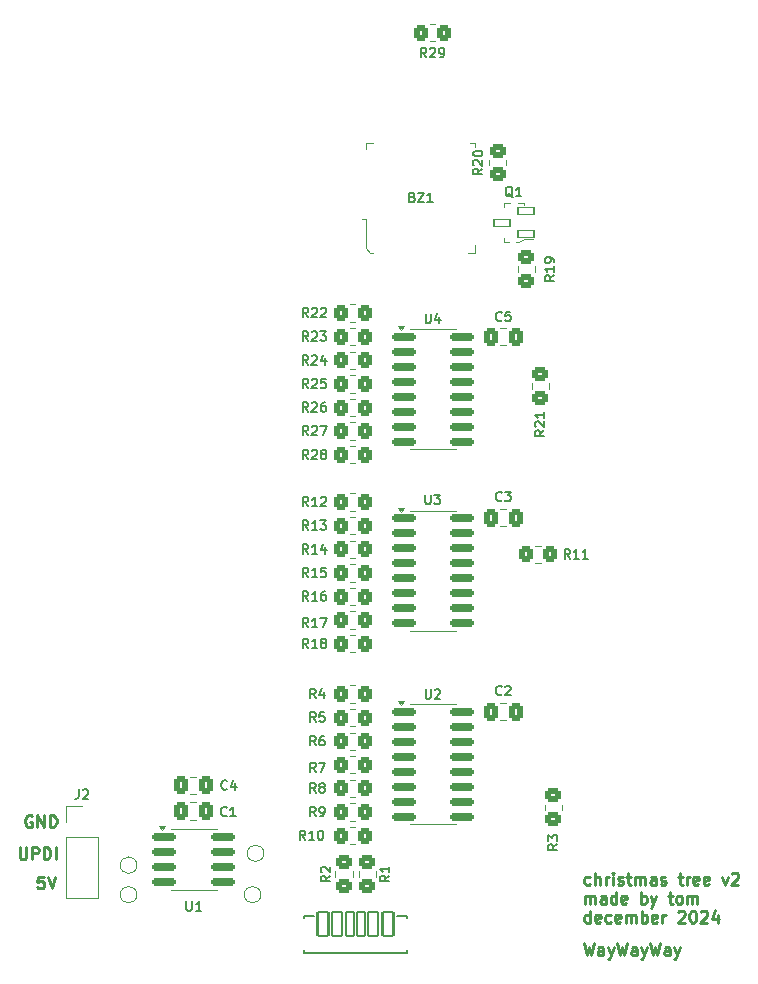
<source format=gbr>
G04 #@! TF.GenerationSoftware,KiCad,Pcbnew,8.0.7-8.0.7-0~ubuntu24.04.1*
G04 #@! TF.CreationDate,2025-01-03T20:46:54-06:00*
G04 #@! TF.ProjectId,christmas-tree,63687269-7374-46d6-9173-2d747265652e,rev?*
G04 #@! TF.SameCoordinates,Original*
G04 #@! TF.FileFunction,Legend,Top*
G04 #@! TF.FilePolarity,Positive*
%FSLAX46Y46*%
G04 Gerber Fmt 4.6, Leading zero omitted, Abs format (unit mm)*
G04 Created by KiCad (PCBNEW 8.0.7-8.0.7-0~ubuntu24.04.1) date 2025-01-03 20:46:54*
%MOMM*%
%LPD*%
G01*
G04 APERTURE LIST*
G04 Aperture macros list*
%AMRoundRect*
0 Rectangle with rounded corners*
0 $1 Rounding radius*
0 $2 $3 $4 $5 $6 $7 $8 $9 X,Y pos of 4 corners*
0 Add a 4 corners polygon primitive as box body*
4,1,4,$2,$3,$4,$5,$6,$7,$8,$9,$2,$3,0*
0 Add four circle primitives for the rounded corners*
1,1,$1+$1,$2,$3*
1,1,$1+$1,$4,$5*
1,1,$1+$1,$6,$7*
1,1,$1+$1,$8,$9*
0 Add four rect primitives between the rounded corners*
20,1,$1+$1,$2,$3,$4,$5,0*
20,1,$1+$1,$4,$5,$6,$7,0*
20,1,$1+$1,$6,$7,$8,$9,0*
20,1,$1+$1,$8,$9,$2,$3,0*%
G04 Aperture macros list end*
%ADD10C,0.250000*%
%ADD11C,0.150000*%
%ADD12C,0.100000*%
%ADD13C,0.120000*%
%ADD14C,0.200000*%
%ADD15R,1.300000X3.400000*%
%ADD16RoundRect,0.250000X0.450000X-0.350000X0.450000X0.350000X-0.450000X0.350000X-0.450000X-0.350000X0*%
%ADD17RoundRect,0.150000X-0.825000X-0.150000X0.825000X-0.150000X0.825000X0.150000X-0.825000X0.150000X0*%
%ADD18RoundRect,0.070000X0.650000X0.300000X-0.650000X0.300000X-0.650000X-0.300000X0.650000X-0.300000X0*%
%ADD19RoundRect,0.250000X0.350000X0.450000X-0.350000X0.450000X-0.350000X-0.450000X0.350000X-0.450000X0*%
%ADD20R,1.700000X1.700000*%
%ADD21O,1.700000X1.700000*%
%ADD22C,1.000000*%
%ADD23RoundRect,0.250000X-0.337500X-0.475000X0.337500X-0.475000X0.337500X0.475000X-0.337500X0.475000X0*%
%ADD24RoundRect,0.250000X-0.450000X0.350000X-0.450000X-0.350000X0.450000X-0.350000X0.450000X0.350000X0*%
%ADD25RoundRect,0.250000X-0.350000X-0.450000X0.350000X-0.450000X0.350000X0.450000X-0.350000X0.450000X0*%
%ADD26RoundRect,0.102000X0.350000X1.000000X-0.350000X1.000000X-0.350000X-1.000000X0.350000X-1.000000X0*%
%ADD27RoundRect,0.102000X0.400000X1.000000X-0.400000X1.000000X-0.400000X-1.000000X0.400000X-1.000000X0*%
%ADD28RoundRect,0.102000X0.450000X1.000000X-0.450000X1.000000X-0.450000X-1.000000X0.450000X-1.000000X0*%
%ADD29O,1.204000X2.204000*%
G04 APERTURE END LIST*
D10*
X127553789Y-129004254D02*
X127077599Y-129004254D01*
X127077599Y-129004254D02*
X127029980Y-129480444D01*
X127029980Y-129480444D02*
X127077599Y-129432825D01*
X127077599Y-129432825D02*
X127172837Y-129385206D01*
X127172837Y-129385206D02*
X127410932Y-129385206D01*
X127410932Y-129385206D02*
X127506170Y-129432825D01*
X127506170Y-129432825D02*
X127553789Y-129480444D01*
X127553789Y-129480444D02*
X127601408Y-129575682D01*
X127601408Y-129575682D02*
X127601408Y-129813777D01*
X127601408Y-129813777D02*
X127553789Y-129909015D01*
X127553789Y-129909015D02*
X127506170Y-129956635D01*
X127506170Y-129956635D02*
X127410932Y-130004254D01*
X127410932Y-130004254D02*
X127172837Y-130004254D01*
X127172837Y-130004254D02*
X127077599Y-129956635D01*
X127077599Y-129956635D02*
X127029980Y-129909015D01*
X127887123Y-129004254D02*
X128220456Y-130004254D01*
X128220456Y-130004254D02*
X128553789Y-129004254D01*
X125510915Y-126519168D02*
X125510915Y-127328691D01*
X125510915Y-127328691D02*
X125558534Y-127423929D01*
X125558534Y-127423929D02*
X125606153Y-127471549D01*
X125606153Y-127471549D02*
X125701391Y-127519168D01*
X125701391Y-127519168D02*
X125891867Y-127519168D01*
X125891867Y-127519168D02*
X125987105Y-127471549D01*
X125987105Y-127471549D02*
X126034724Y-127423929D01*
X126034724Y-127423929D02*
X126082343Y-127328691D01*
X126082343Y-127328691D02*
X126082343Y-126519168D01*
X126558534Y-127519168D02*
X126558534Y-126519168D01*
X126558534Y-126519168D02*
X126939486Y-126519168D01*
X126939486Y-126519168D02*
X127034724Y-126566787D01*
X127034724Y-126566787D02*
X127082343Y-126614406D01*
X127082343Y-126614406D02*
X127129962Y-126709644D01*
X127129962Y-126709644D02*
X127129962Y-126852501D01*
X127129962Y-126852501D02*
X127082343Y-126947739D01*
X127082343Y-126947739D02*
X127034724Y-126995358D01*
X127034724Y-126995358D02*
X126939486Y-127042977D01*
X126939486Y-127042977D02*
X126558534Y-127042977D01*
X127558534Y-127519168D02*
X127558534Y-126519168D01*
X127558534Y-126519168D02*
X127796629Y-126519168D01*
X127796629Y-126519168D02*
X127939486Y-126566787D01*
X127939486Y-126566787D02*
X128034724Y-126662025D01*
X128034724Y-126662025D02*
X128082343Y-126757263D01*
X128082343Y-126757263D02*
X128129962Y-126947739D01*
X128129962Y-126947739D02*
X128129962Y-127090596D01*
X128129962Y-127090596D02*
X128082343Y-127281072D01*
X128082343Y-127281072D02*
X128034724Y-127376310D01*
X128034724Y-127376310D02*
X127939486Y-127471549D01*
X127939486Y-127471549D02*
X127796629Y-127519168D01*
X127796629Y-127519168D02*
X127558534Y-127519168D01*
X128558534Y-127519168D02*
X128558534Y-126519168D01*
X126547948Y-123865607D02*
X126452710Y-123817988D01*
X126452710Y-123817988D02*
X126309853Y-123817988D01*
X126309853Y-123817988D02*
X126166996Y-123865607D01*
X126166996Y-123865607D02*
X126071758Y-123960845D01*
X126071758Y-123960845D02*
X126024139Y-124056083D01*
X126024139Y-124056083D02*
X125976520Y-124246559D01*
X125976520Y-124246559D02*
X125976520Y-124389416D01*
X125976520Y-124389416D02*
X126024139Y-124579892D01*
X126024139Y-124579892D02*
X126071758Y-124675130D01*
X126071758Y-124675130D02*
X126166996Y-124770369D01*
X126166996Y-124770369D02*
X126309853Y-124817988D01*
X126309853Y-124817988D02*
X126405091Y-124817988D01*
X126405091Y-124817988D02*
X126547948Y-124770369D01*
X126547948Y-124770369D02*
X126595567Y-124722749D01*
X126595567Y-124722749D02*
X126595567Y-124389416D01*
X126595567Y-124389416D02*
X126405091Y-124389416D01*
X127024139Y-124817988D02*
X127024139Y-123817988D01*
X127024139Y-123817988D02*
X127595567Y-124817988D01*
X127595567Y-124817988D02*
X127595567Y-123817988D01*
X128071758Y-124817988D02*
X128071758Y-123817988D01*
X128071758Y-123817988D02*
X128309853Y-123817988D01*
X128309853Y-123817988D02*
X128452710Y-123865607D01*
X128452710Y-123865607D02*
X128547948Y-123960845D01*
X128547948Y-123960845D02*
X128595567Y-124056083D01*
X128595567Y-124056083D02*
X128643186Y-124246559D01*
X128643186Y-124246559D02*
X128643186Y-124389416D01*
X128643186Y-124389416D02*
X128595567Y-124579892D01*
X128595567Y-124579892D02*
X128547948Y-124675130D01*
X128547948Y-124675130D02*
X128452710Y-124770369D01*
X128452710Y-124770369D02*
X128309853Y-124817988D01*
X128309853Y-124817988D02*
X128071758Y-124817988D01*
X173802728Y-129634686D02*
X173707490Y-129682305D01*
X173707490Y-129682305D02*
X173517014Y-129682305D01*
X173517014Y-129682305D02*
X173421776Y-129634686D01*
X173421776Y-129634686D02*
X173374157Y-129587066D01*
X173374157Y-129587066D02*
X173326538Y-129491828D01*
X173326538Y-129491828D02*
X173326538Y-129206114D01*
X173326538Y-129206114D02*
X173374157Y-129110876D01*
X173374157Y-129110876D02*
X173421776Y-129063257D01*
X173421776Y-129063257D02*
X173517014Y-129015638D01*
X173517014Y-129015638D02*
X173707490Y-129015638D01*
X173707490Y-129015638D02*
X173802728Y-129063257D01*
X174231300Y-129682305D02*
X174231300Y-128682305D01*
X174659871Y-129682305D02*
X174659871Y-129158495D01*
X174659871Y-129158495D02*
X174612252Y-129063257D01*
X174612252Y-129063257D02*
X174517014Y-129015638D01*
X174517014Y-129015638D02*
X174374157Y-129015638D01*
X174374157Y-129015638D02*
X174278919Y-129063257D01*
X174278919Y-129063257D02*
X174231300Y-129110876D01*
X175136062Y-129682305D02*
X175136062Y-129015638D01*
X175136062Y-129206114D02*
X175183681Y-129110876D01*
X175183681Y-129110876D02*
X175231300Y-129063257D01*
X175231300Y-129063257D02*
X175326538Y-129015638D01*
X175326538Y-129015638D02*
X175421776Y-129015638D01*
X175755110Y-129682305D02*
X175755110Y-129015638D01*
X175755110Y-128682305D02*
X175707491Y-128729924D01*
X175707491Y-128729924D02*
X175755110Y-128777543D01*
X175755110Y-128777543D02*
X175802729Y-128729924D01*
X175802729Y-128729924D02*
X175755110Y-128682305D01*
X175755110Y-128682305D02*
X175755110Y-128777543D01*
X176183681Y-129634686D02*
X176278919Y-129682305D01*
X176278919Y-129682305D02*
X176469395Y-129682305D01*
X176469395Y-129682305D02*
X176564633Y-129634686D01*
X176564633Y-129634686D02*
X176612252Y-129539447D01*
X176612252Y-129539447D02*
X176612252Y-129491828D01*
X176612252Y-129491828D02*
X176564633Y-129396590D01*
X176564633Y-129396590D02*
X176469395Y-129348971D01*
X176469395Y-129348971D02*
X176326538Y-129348971D01*
X176326538Y-129348971D02*
X176231300Y-129301352D01*
X176231300Y-129301352D02*
X176183681Y-129206114D01*
X176183681Y-129206114D02*
X176183681Y-129158495D01*
X176183681Y-129158495D02*
X176231300Y-129063257D01*
X176231300Y-129063257D02*
X176326538Y-129015638D01*
X176326538Y-129015638D02*
X176469395Y-129015638D01*
X176469395Y-129015638D02*
X176564633Y-129063257D01*
X176897967Y-129015638D02*
X177278919Y-129015638D01*
X177040824Y-128682305D02*
X177040824Y-129539447D01*
X177040824Y-129539447D02*
X177088443Y-129634686D01*
X177088443Y-129634686D02*
X177183681Y-129682305D01*
X177183681Y-129682305D02*
X177278919Y-129682305D01*
X177612253Y-129682305D02*
X177612253Y-129015638D01*
X177612253Y-129110876D02*
X177659872Y-129063257D01*
X177659872Y-129063257D02*
X177755110Y-129015638D01*
X177755110Y-129015638D02*
X177897967Y-129015638D01*
X177897967Y-129015638D02*
X177993205Y-129063257D01*
X177993205Y-129063257D02*
X178040824Y-129158495D01*
X178040824Y-129158495D02*
X178040824Y-129682305D01*
X178040824Y-129158495D02*
X178088443Y-129063257D01*
X178088443Y-129063257D02*
X178183681Y-129015638D01*
X178183681Y-129015638D02*
X178326538Y-129015638D01*
X178326538Y-129015638D02*
X178421777Y-129063257D01*
X178421777Y-129063257D02*
X178469396Y-129158495D01*
X178469396Y-129158495D02*
X178469396Y-129682305D01*
X179374157Y-129682305D02*
X179374157Y-129158495D01*
X179374157Y-129158495D02*
X179326538Y-129063257D01*
X179326538Y-129063257D02*
X179231300Y-129015638D01*
X179231300Y-129015638D02*
X179040824Y-129015638D01*
X179040824Y-129015638D02*
X178945586Y-129063257D01*
X179374157Y-129634686D02*
X179278919Y-129682305D01*
X179278919Y-129682305D02*
X179040824Y-129682305D01*
X179040824Y-129682305D02*
X178945586Y-129634686D01*
X178945586Y-129634686D02*
X178897967Y-129539447D01*
X178897967Y-129539447D02*
X178897967Y-129444209D01*
X178897967Y-129444209D02*
X178945586Y-129348971D01*
X178945586Y-129348971D02*
X179040824Y-129301352D01*
X179040824Y-129301352D02*
X179278919Y-129301352D01*
X179278919Y-129301352D02*
X179374157Y-129253733D01*
X179802729Y-129634686D02*
X179897967Y-129682305D01*
X179897967Y-129682305D02*
X180088443Y-129682305D01*
X180088443Y-129682305D02*
X180183681Y-129634686D01*
X180183681Y-129634686D02*
X180231300Y-129539447D01*
X180231300Y-129539447D02*
X180231300Y-129491828D01*
X180231300Y-129491828D02*
X180183681Y-129396590D01*
X180183681Y-129396590D02*
X180088443Y-129348971D01*
X180088443Y-129348971D02*
X179945586Y-129348971D01*
X179945586Y-129348971D02*
X179850348Y-129301352D01*
X179850348Y-129301352D02*
X179802729Y-129206114D01*
X179802729Y-129206114D02*
X179802729Y-129158495D01*
X179802729Y-129158495D02*
X179850348Y-129063257D01*
X179850348Y-129063257D02*
X179945586Y-129015638D01*
X179945586Y-129015638D02*
X180088443Y-129015638D01*
X180088443Y-129015638D02*
X180183681Y-129063257D01*
X181278920Y-129015638D02*
X181659872Y-129015638D01*
X181421777Y-128682305D02*
X181421777Y-129539447D01*
X181421777Y-129539447D02*
X181469396Y-129634686D01*
X181469396Y-129634686D02*
X181564634Y-129682305D01*
X181564634Y-129682305D02*
X181659872Y-129682305D01*
X181993206Y-129682305D02*
X181993206Y-129015638D01*
X181993206Y-129206114D02*
X182040825Y-129110876D01*
X182040825Y-129110876D02*
X182088444Y-129063257D01*
X182088444Y-129063257D02*
X182183682Y-129015638D01*
X182183682Y-129015638D02*
X182278920Y-129015638D01*
X182993206Y-129634686D02*
X182897968Y-129682305D01*
X182897968Y-129682305D02*
X182707492Y-129682305D01*
X182707492Y-129682305D02*
X182612254Y-129634686D01*
X182612254Y-129634686D02*
X182564635Y-129539447D01*
X182564635Y-129539447D02*
X182564635Y-129158495D01*
X182564635Y-129158495D02*
X182612254Y-129063257D01*
X182612254Y-129063257D02*
X182707492Y-129015638D01*
X182707492Y-129015638D02*
X182897968Y-129015638D01*
X182897968Y-129015638D02*
X182993206Y-129063257D01*
X182993206Y-129063257D02*
X183040825Y-129158495D01*
X183040825Y-129158495D02*
X183040825Y-129253733D01*
X183040825Y-129253733D02*
X182564635Y-129348971D01*
X183850349Y-129634686D02*
X183755111Y-129682305D01*
X183755111Y-129682305D02*
X183564635Y-129682305D01*
X183564635Y-129682305D02*
X183469397Y-129634686D01*
X183469397Y-129634686D02*
X183421778Y-129539447D01*
X183421778Y-129539447D02*
X183421778Y-129158495D01*
X183421778Y-129158495D02*
X183469397Y-129063257D01*
X183469397Y-129063257D02*
X183564635Y-129015638D01*
X183564635Y-129015638D02*
X183755111Y-129015638D01*
X183755111Y-129015638D02*
X183850349Y-129063257D01*
X183850349Y-129063257D02*
X183897968Y-129158495D01*
X183897968Y-129158495D02*
X183897968Y-129253733D01*
X183897968Y-129253733D02*
X183421778Y-129348971D01*
X184993207Y-129015638D02*
X185231302Y-129682305D01*
X185231302Y-129682305D02*
X185469397Y-129015638D01*
X185802731Y-128777543D02*
X185850350Y-128729924D01*
X185850350Y-128729924D02*
X185945588Y-128682305D01*
X185945588Y-128682305D02*
X186183683Y-128682305D01*
X186183683Y-128682305D02*
X186278921Y-128729924D01*
X186278921Y-128729924D02*
X186326540Y-128777543D01*
X186326540Y-128777543D02*
X186374159Y-128872781D01*
X186374159Y-128872781D02*
X186374159Y-128968019D01*
X186374159Y-128968019D02*
X186326540Y-129110876D01*
X186326540Y-129110876D02*
X185755112Y-129682305D01*
X185755112Y-129682305D02*
X186374159Y-129682305D01*
X173374157Y-131292249D02*
X173374157Y-130625582D01*
X173374157Y-130720820D02*
X173421776Y-130673201D01*
X173421776Y-130673201D02*
X173517014Y-130625582D01*
X173517014Y-130625582D02*
X173659871Y-130625582D01*
X173659871Y-130625582D02*
X173755109Y-130673201D01*
X173755109Y-130673201D02*
X173802728Y-130768439D01*
X173802728Y-130768439D02*
X173802728Y-131292249D01*
X173802728Y-130768439D02*
X173850347Y-130673201D01*
X173850347Y-130673201D02*
X173945585Y-130625582D01*
X173945585Y-130625582D02*
X174088442Y-130625582D01*
X174088442Y-130625582D02*
X174183681Y-130673201D01*
X174183681Y-130673201D02*
X174231300Y-130768439D01*
X174231300Y-130768439D02*
X174231300Y-131292249D01*
X175136061Y-131292249D02*
X175136061Y-130768439D01*
X175136061Y-130768439D02*
X175088442Y-130673201D01*
X175088442Y-130673201D02*
X174993204Y-130625582D01*
X174993204Y-130625582D02*
X174802728Y-130625582D01*
X174802728Y-130625582D02*
X174707490Y-130673201D01*
X175136061Y-131244630D02*
X175040823Y-131292249D01*
X175040823Y-131292249D02*
X174802728Y-131292249D01*
X174802728Y-131292249D02*
X174707490Y-131244630D01*
X174707490Y-131244630D02*
X174659871Y-131149391D01*
X174659871Y-131149391D02*
X174659871Y-131054153D01*
X174659871Y-131054153D02*
X174707490Y-130958915D01*
X174707490Y-130958915D02*
X174802728Y-130911296D01*
X174802728Y-130911296D02*
X175040823Y-130911296D01*
X175040823Y-130911296D02*
X175136061Y-130863677D01*
X176040823Y-131292249D02*
X176040823Y-130292249D01*
X176040823Y-131244630D02*
X175945585Y-131292249D01*
X175945585Y-131292249D02*
X175755109Y-131292249D01*
X175755109Y-131292249D02*
X175659871Y-131244630D01*
X175659871Y-131244630D02*
X175612252Y-131197010D01*
X175612252Y-131197010D02*
X175564633Y-131101772D01*
X175564633Y-131101772D02*
X175564633Y-130816058D01*
X175564633Y-130816058D02*
X175612252Y-130720820D01*
X175612252Y-130720820D02*
X175659871Y-130673201D01*
X175659871Y-130673201D02*
X175755109Y-130625582D01*
X175755109Y-130625582D02*
X175945585Y-130625582D01*
X175945585Y-130625582D02*
X176040823Y-130673201D01*
X176897966Y-131244630D02*
X176802728Y-131292249D01*
X176802728Y-131292249D02*
X176612252Y-131292249D01*
X176612252Y-131292249D02*
X176517014Y-131244630D01*
X176517014Y-131244630D02*
X176469395Y-131149391D01*
X176469395Y-131149391D02*
X176469395Y-130768439D01*
X176469395Y-130768439D02*
X176517014Y-130673201D01*
X176517014Y-130673201D02*
X176612252Y-130625582D01*
X176612252Y-130625582D02*
X176802728Y-130625582D01*
X176802728Y-130625582D02*
X176897966Y-130673201D01*
X176897966Y-130673201D02*
X176945585Y-130768439D01*
X176945585Y-130768439D02*
X176945585Y-130863677D01*
X176945585Y-130863677D02*
X176469395Y-130958915D01*
X178136062Y-131292249D02*
X178136062Y-130292249D01*
X178136062Y-130673201D02*
X178231300Y-130625582D01*
X178231300Y-130625582D02*
X178421776Y-130625582D01*
X178421776Y-130625582D02*
X178517014Y-130673201D01*
X178517014Y-130673201D02*
X178564633Y-130720820D01*
X178564633Y-130720820D02*
X178612252Y-130816058D01*
X178612252Y-130816058D02*
X178612252Y-131101772D01*
X178612252Y-131101772D02*
X178564633Y-131197010D01*
X178564633Y-131197010D02*
X178517014Y-131244630D01*
X178517014Y-131244630D02*
X178421776Y-131292249D01*
X178421776Y-131292249D02*
X178231300Y-131292249D01*
X178231300Y-131292249D02*
X178136062Y-131244630D01*
X178945586Y-130625582D02*
X179183681Y-131292249D01*
X179421776Y-130625582D02*
X179183681Y-131292249D01*
X179183681Y-131292249D02*
X179088443Y-131530344D01*
X179088443Y-131530344D02*
X179040824Y-131577963D01*
X179040824Y-131577963D02*
X178945586Y-131625582D01*
X180421777Y-130625582D02*
X180802729Y-130625582D01*
X180564634Y-130292249D02*
X180564634Y-131149391D01*
X180564634Y-131149391D02*
X180612253Y-131244630D01*
X180612253Y-131244630D02*
X180707491Y-131292249D01*
X180707491Y-131292249D02*
X180802729Y-131292249D01*
X181278920Y-131292249D02*
X181183682Y-131244630D01*
X181183682Y-131244630D02*
X181136063Y-131197010D01*
X181136063Y-131197010D02*
X181088444Y-131101772D01*
X181088444Y-131101772D02*
X181088444Y-130816058D01*
X181088444Y-130816058D02*
X181136063Y-130720820D01*
X181136063Y-130720820D02*
X181183682Y-130673201D01*
X181183682Y-130673201D02*
X181278920Y-130625582D01*
X181278920Y-130625582D02*
X181421777Y-130625582D01*
X181421777Y-130625582D02*
X181517015Y-130673201D01*
X181517015Y-130673201D02*
X181564634Y-130720820D01*
X181564634Y-130720820D02*
X181612253Y-130816058D01*
X181612253Y-130816058D02*
X181612253Y-131101772D01*
X181612253Y-131101772D02*
X181564634Y-131197010D01*
X181564634Y-131197010D02*
X181517015Y-131244630D01*
X181517015Y-131244630D02*
X181421777Y-131292249D01*
X181421777Y-131292249D02*
X181278920Y-131292249D01*
X182040825Y-131292249D02*
X182040825Y-130625582D01*
X182040825Y-130720820D02*
X182088444Y-130673201D01*
X182088444Y-130673201D02*
X182183682Y-130625582D01*
X182183682Y-130625582D02*
X182326539Y-130625582D01*
X182326539Y-130625582D02*
X182421777Y-130673201D01*
X182421777Y-130673201D02*
X182469396Y-130768439D01*
X182469396Y-130768439D02*
X182469396Y-131292249D01*
X182469396Y-130768439D02*
X182517015Y-130673201D01*
X182517015Y-130673201D02*
X182612253Y-130625582D01*
X182612253Y-130625582D02*
X182755110Y-130625582D01*
X182755110Y-130625582D02*
X182850349Y-130673201D01*
X182850349Y-130673201D02*
X182897968Y-130768439D01*
X182897968Y-130768439D02*
X182897968Y-131292249D01*
X173802728Y-132902193D02*
X173802728Y-131902193D01*
X173802728Y-132854574D02*
X173707490Y-132902193D01*
X173707490Y-132902193D02*
X173517014Y-132902193D01*
X173517014Y-132902193D02*
X173421776Y-132854574D01*
X173421776Y-132854574D02*
X173374157Y-132806954D01*
X173374157Y-132806954D02*
X173326538Y-132711716D01*
X173326538Y-132711716D02*
X173326538Y-132426002D01*
X173326538Y-132426002D02*
X173374157Y-132330764D01*
X173374157Y-132330764D02*
X173421776Y-132283145D01*
X173421776Y-132283145D02*
X173517014Y-132235526D01*
X173517014Y-132235526D02*
X173707490Y-132235526D01*
X173707490Y-132235526D02*
X173802728Y-132283145D01*
X174659871Y-132854574D02*
X174564633Y-132902193D01*
X174564633Y-132902193D02*
X174374157Y-132902193D01*
X174374157Y-132902193D02*
X174278919Y-132854574D01*
X174278919Y-132854574D02*
X174231300Y-132759335D01*
X174231300Y-132759335D02*
X174231300Y-132378383D01*
X174231300Y-132378383D02*
X174278919Y-132283145D01*
X174278919Y-132283145D02*
X174374157Y-132235526D01*
X174374157Y-132235526D02*
X174564633Y-132235526D01*
X174564633Y-132235526D02*
X174659871Y-132283145D01*
X174659871Y-132283145D02*
X174707490Y-132378383D01*
X174707490Y-132378383D02*
X174707490Y-132473621D01*
X174707490Y-132473621D02*
X174231300Y-132568859D01*
X175564633Y-132854574D02*
X175469395Y-132902193D01*
X175469395Y-132902193D02*
X175278919Y-132902193D01*
X175278919Y-132902193D02*
X175183681Y-132854574D01*
X175183681Y-132854574D02*
X175136062Y-132806954D01*
X175136062Y-132806954D02*
X175088443Y-132711716D01*
X175088443Y-132711716D02*
X175088443Y-132426002D01*
X175088443Y-132426002D02*
X175136062Y-132330764D01*
X175136062Y-132330764D02*
X175183681Y-132283145D01*
X175183681Y-132283145D02*
X175278919Y-132235526D01*
X175278919Y-132235526D02*
X175469395Y-132235526D01*
X175469395Y-132235526D02*
X175564633Y-132283145D01*
X176374157Y-132854574D02*
X176278919Y-132902193D01*
X176278919Y-132902193D02*
X176088443Y-132902193D01*
X176088443Y-132902193D02*
X175993205Y-132854574D01*
X175993205Y-132854574D02*
X175945586Y-132759335D01*
X175945586Y-132759335D02*
X175945586Y-132378383D01*
X175945586Y-132378383D02*
X175993205Y-132283145D01*
X175993205Y-132283145D02*
X176088443Y-132235526D01*
X176088443Y-132235526D02*
X176278919Y-132235526D01*
X176278919Y-132235526D02*
X176374157Y-132283145D01*
X176374157Y-132283145D02*
X176421776Y-132378383D01*
X176421776Y-132378383D02*
X176421776Y-132473621D01*
X176421776Y-132473621D02*
X175945586Y-132568859D01*
X176850348Y-132902193D02*
X176850348Y-132235526D01*
X176850348Y-132330764D02*
X176897967Y-132283145D01*
X176897967Y-132283145D02*
X176993205Y-132235526D01*
X176993205Y-132235526D02*
X177136062Y-132235526D01*
X177136062Y-132235526D02*
X177231300Y-132283145D01*
X177231300Y-132283145D02*
X177278919Y-132378383D01*
X177278919Y-132378383D02*
X177278919Y-132902193D01*
X177278919Y-132378383D02*
X177326538Y-132283145D01*
X177326538Y-132283145D02*
X177421776Y-132235526D01*
X177421776Y-132235526D02*
X177564633Y-132235526D01*
X177564633Y-132235526D02*
X177659872Y-132283145D01*
X177659872Y-132283145D02*
X177707491Y-132378383D01*
X177707491Y-132378383D02*
X177707491Y-132902193D01*
X178183681Y-132902193D02*
X178183681Y-131902193D01*
X178183681Y-132283145D02*
X178278919Y-132235526D01*
X178278919Y-132235526D02*
X178469395Y-132235526D01*
X178469395Y-132235526D02*
X178564633Y-132283145D01*
X178564633Y-132283145D02*
X178612252Y-132330764D01*
X178612252Y-132330764D02*
X178659871Y-132426002D01*
X178659871Y-132426002D02*
X178659871Y-132711716D01*
X178659871Y-132711716D02*
X178612252Y-132806954D01*
X178612252Y-132806954D02*
X178564633Y-132854574D01*
X178564633Y-132854574D02*
X178469395Y-132902193D01*
X178469395Y-132902193D02*
X178278919Y-132902193D01*
X178278919Y-132902193D02*
X178183681Y-132854574D01*
X179469395Y-132854574D02*
X179374157Y-132902193D01*
X179374157Y-132902193D02*
X179183681Y-132902193D01*
X179183681Y-132902193D02*
X179088443Y-132854574D01*
X179088443Y-132854574D02*
X179040824Y-132759335D01*
X179040824Y-132759335D02*
X179040824Y-132378383D01*
X179040824Y-132378383D02*
X179088443Y-132283145D01*
X179088443Y-132283145D02*
X179183681Y-132235526D01*
X179183681Y-132235526D02*
X179374157Y-132235526D01*
X179374157Y-132235526D02*
X179469395Y-132283145D01*
X179469395Y-132283145D02*
X179517014Y-132378383D01*
X179517014Y-132378383D02*
X179517014Y-132473621D01*
X179517014Y-132473621D02*
X179040824Y-132568859D01*
X179945586Y-132902193D02*
X179945586Y-132235526D01*
X179945586Y-132426002D02*
X179993205Y-132330764D01*
X179993205Y-132330764D02*
X180040824Y-132283145D01*
X180040824Y-132283145D02*
X180136062Y-132235526D01*
X180136062Y-132235526D02*
X180231300Y-132235526D01*
X181278920Y-131997431D02*
X181326539Y-131949812D01*
X181326539Y-131949812D02*
X181421777Y-131902193D01*
X181421777Y-131902193D02*
X181659872Y-131902193D01*
X181659872Y-131902193D02*
X181755110Y-131949812D01*
X181755110Y-131949812D02*
X181802729Y-131997431D01*
X181802729Y-131997431D02*
X181850348Y-132092669D01*
X181850348Y-132092669D02*
X181850348Y-132187907D01*
X181850348Y-132187907D02*
X181802729Y-132330764D01*
X181802729Y-132330764D02*
X181231301Y-132902193D01*
X181231301Y-132902193D02*
X181850348Y-132902193D01*
X182469396Y-131902193D02*
X182564634Y-131902193D01*
X182564634Y-131902193D02*
X182659872Y-131949812D01*
X182659872Y-131949812D02*
X182707491Y-131997431D01*
X182707491Y-131997431D02*
X182755110Y-132092669D01*
X182755110Y-132092669D02*
X182802729Y-132283145D01*
X182802729Y-132283145D02*
X182802729Y-132521240D01*
X182802729Y-132521240D02*
X182755110Y-132711716D01*
X182755110Y-132711716D02*
X182707491Y-132806954D01*
X182707491Y-132806954D02*
X182659872Y-132854574D01*
X182659872Y-132854574D02*
X182564634Y-132902193D01*
X182564634Y-132902193D02*
X182469396Y-132902193D01*
X182469396Y-132902193D02*
X182374158Y-132854574D01*
X182374158Y-132854574D02*
X182326539Y-132806954D01*
X182326539Y-132806954D02*
X182278920Y-132711716D01*
X182278920Y-132711716D02*
X182231301Y-132521240D01*
X182231301Y-132521240D02*
X182231301Y-132283145D01*
X182231301Y-132283145D02*
X182278920Y-132092669D01*
X182278920Y-132092669D02*
X182326539Y-131997431D01*
X182326539Y-131997431D02*
X182374158Y-131949812D01*
X182374158Y-131949812D02*
X182469396Y-131902193D01*
X183183682Y-131997431D02*
X183231301Y-131949812D01*
X183231301Y-131949812D02*
X183326539Y-131902193D01*
X183326539Y-131902193D02*
X183564634Y-131902193D01*
X183564634Y-131902193D02*
X183659872Y-131949812D01*
X183659872Y-131949812D02*
X183707491Y-131997431D01*
X183707491Y-131997431D02*
X183755110Y-132092669D01*
X183755110Y-132092669D02*
X183755110Y-132187907D01*
X183755110Y-132187907D02*
X183707491Y-132330764D01*
X183707491Y-132330764D02*
X183136063Y-132902193D01*
X183136063Y-132902193D02*
X183755110Y-132902193D01*
X184612253Y-132235526D02*
X184612253Y-132902193D01*
X184374158Y-131854574D02*
X184136063Y-132568859D01*
X184136063Y-132568859D02*
X184755110Y-132568859D01*
X173278919Y-134652193D02*
X173517014Y-135652193D01*
X173517014Y-135652193D02*
X173707490Y-134937907D01*
X173707490Y-134937907D02*
X173897966Y-135652193D01*
X173897966Y-135652193D02*
X174136062Y-134652193D01*
X174945585Y-135652193D02*
X174945585Y-135128383D01*
X174945585Y-135128383D02*
X174897966Y-135033145D01*
X174897966Y-135033145D02*
X174802728Y-134985526D01*
X174802728Y-134985526D02*
X174612252Y-134985526D01*
X174612252Y-134985526D02*
X174517014Y-135033145D01*
X174945585Y-135604574D02*
X174850347Y-135652193D01*
X174850347Y-135652193D02*
X174612252Y-135652193D01*
X174612252Y-135652193D02*
X174517014Y-135604574D01*
X174517014Y-135604574D02*
X174469395Y-135509335D01*
X174469395Y-135509335D02*
X174469395Y-135414097D01*
X174469395Y-135414097D02*
X174517014Y-135318859D01*
X174517014Y-135318859D02*
X174612252Y-135271240D01*
X174612252Y-135271240D02*
X174850347Y-135271240D01*
X174850347Y-135271240D02*
X174945585Y-135223621D01*
X175326538Y-134985526D02*
X175564633Y-135652193D01*
X175802728Y-134985526D02*
X175564633Y-135652193D01*
X175564633Y-135652193D02*
X175469395Y-135890288D01*
X175469395Y-135890288D02*
X175421776Y-135937907D01*
X175421776Y-135937907D02*
X175326538Y-135985526D01*
X176088443Y-134652193D02*
X176326538Y-135652193D01*
X176326538Y-135652193D02*
X176517014Y-134937907D01*
X176517014Y-134937907D02*
X176707490Y-135652193D01*
X176707490Y-135652193D02*
X176945586Y-134652193D01*
X177755109Y-135652193D02*
X177755109Y-135128383D01*
X177755109Y-135128383D02*
X177707490Y-135033145D01*
X177707490Y-135033145D02*
X177612252Y-134985526D01*
X177612252Y-134985526D02*
X177421776Y-134985526D01*
X177421776Y-134985526D02*
X177326538Y-135033145D01*
X177755109Y-135604574D02*
X177659871Y-135652193D01*
X177659871Y-135652193D02*
X177421776Y-135652193D01*
X177421776Y-135652193D02*
X177326538Y-135604574D01*
X177326538Y-135604574D02*
X177278919Y-135509335D01*
X177278919Y-135509335D02*
X177278919Y-135414097D01*
X177278919Y-135414097D02*
X177326538Y-135318859D01*
X177326538Y-135318859D02*
X177421776Y-135271240D01*
X177421776Y-135271240D02*
X177659871Y-135271240D01*
X177659871Y-135271240D02*
X177755109Y-135223621D01*
X178136062Y-134985526D02*
X178374157Y-135652193D01*
X178612252Y-134985526D02*
X178374157Y-135652193D01*
X178374157Y-135652193D02*
X178278919Y-135890288D01*
X178278919Y-135890288D02*
X178231300Y-135937907D01*
X178231300Y-135937907D02*
X178136062Y-135985526D01*
X178897967Y-134652193D02*
X179136062Y-135652193D01*
X179136062Y-135652193D02*
X179326538Y-134937907D01*
X179326538Y-134937907D02*
X179517014Y-135652193D01*
X179517014Y-135652193D02*
X179755110Y-134652193D01*
X180564633Y-135652193D02*
X180564633Y-135128383D01*
X180564633Y-135128383D02*
X180517014Y-135033145D01*
X180517014Y-135033145D02*
X180421776Y-134985526D01*
X180421776Y-134985526D02*
X180231300Y-134985526D01*
X180231300Y-134985526D02*
X180136062Y-135033145D01*
X180564633Y-135604574D02*
X180469395Y-135652193D01*
X180469395Y-135652193D02*
X180231300Y-135652193D01*
X180231300Y-135652193D02*
X180136062Y-135604574D01*
X180136062Y-135604574D02*
X180088443Y-135509335D01*
X180088443Y-135509335D02*
X180088443Y-135414097D01*
X180088443Y-135414097D02*
X180136062Y-135318859D01*
X180136062Y-135318859D02*
X180231300Y-135271240D01*
X180231300Y-135271240D02*
X180469395Y-135271240D01*
X180469395Y-135271240D02*
X180564633Y-135223621D01*
X180945586Y-134985526D02*
X181183681Y-135652193D01*
X181421776Y-134985526D02*
X181183681Y-135652193D01*
X181183681Y-135652193D02*
X181088443Y-135890288D01*
X181088443Y-135890288D02*
X181040824Y-135937907D01*
X181040824Y-135937907D02*
X180945586Y-135985526D01*
D11*
X158766837Y-71480847D02*
X158881123Y-71518942D01*
X158881123Y-71518942D02*
X158919218Y-71557038D01*
X158919218Y-71557038D02*
X158957314Y-71633228D01*
X158957314Y-71633228D02*
X158957314Y-71747514D01*
X158957314Y-71747514D02*
X158919218Y-71823704D01*
X158919218Y-71823704D02*
X158881123Y-71861800D01*
X158881123Y-71861800D02*
X158804933Y-71899895D01*
X158804933Y-71899895D02*
X158500171Y-71899895D01*
X158500171Y-71899895D02*
X158500171Y-71099895D01*
X158500171Y-71099895D02*
X158766837Y-71099895D01*
X158766837Y-71099895D02*
X158843028Y-71137990D01*
X158843028Y-71137990D02*
X158881123Y-71176085D01*
X158881123Y-71176085D02*
X158919218Y-71252276D01*
X158919218Y-71252276D02*
X158919218Y-71328466D01*
X158919218Y-71328466D02*
X158881123Y-71404657D01*
X158881123Y-71404657D02*
X158843028Y-71442752D01*
X158843028Y-71442752D02*
X158766837Y-71480847D01*
X158766837Y-71480847D02*
X158500171Y-71480847D01*
X159223980Y-71099895D02*
X159757314Y-71099895D01*
X159757314Y-71099895D02*
X159223980Y-71899895D01*
X159223980Y-71899895D02*
X159757314Y-71899895D01*
X160481123Y-71899895D02*
X160023980Y-71899895D01*
X160252552Y-71899895D02*
X160252552Y-71099895D01*
X160252552Y-71099895D02*
X160176361Y-71214180D01*
X160176361Y-71214180D02*
X160100171Y-71290371D01*
X160100171Y-71290371D02*
X160023980Y-71328466D01*
X151833895Y-128920932D02*
X151452942Y-129187599D01*
X151833895Y-129378075D02*
X151033895Y-129378075D01*
X151033895Y-129378075D02*
X151033895Y-129073313D01*
X151033895Y-129073313D02*
X151071990Y-128997123D01*
X151071990Y-128997123D02*
X151110085Y-128959028D01*
X151110085Y-128959028D02*
X151186276Y-128920932D01*
X151186276Y-128920932D02*
X151300561Y-128920932D01*
X151300561Y-128920932D02*
X151376752Y-128959028D01*
X151376752Y-128959028D02*
X151414847Y-128997123D01*
X151414847Y-128997123D02*
X151452942Y-129073313D01*
X151452942Y-129073313D02*
X151452942Y-129378075D01*
X151110085Y-128616171D02*
X151071990Y-128578075D01*
X151071990Y-128578075D02*
X151033895Y-128501885D01*
X151033895Y-128501885D02*
X151033895Y-128311409D01*
X151033895Y-128311409D02*
X151071990Y-128235218D01*
X151071990Y-128235218D02*
X151110085Y-128197123D01*
X151110085Y-128197123D02*
X151186276Y-128159028D01*
X151186276Y-128159028D02*
X151262466Y-128159028D01*
X151262466Y-128159028D02*
X151376752Y-128197123D01*
X151376752Y-128197123D02*
X151833895Y-128654266D01*
X151833895Y-128654266D02*
X151833895Y-128159028D01*
X170772671Y-78086341D02*
X170391718Y-78353008D01*
X170772671Y-78543484D02*
X169972671Y-78543484D01*
X169972671Y-78543484D02*
X169972671Y-78238722D01*
X169972671Y-78238722D02*
X170010766Y-78162532D01*
X170010766Y-78162532D02*
X170048861Y-78124437D01*
X170048861Y-78124437D02*
X170125052Y-78086341D01*
X170125052Y-78086341D02*
X170239337Y-78086341D01*
X170239337Y-78086341D02*
X170315528Y-78124437D01*
X170315528Y-78124437D02*
X170353623Y-78162532D01*
X170353623Y-78162532D02*
X170391718Y-78238722D01*
X170391718Y-78238722D02*
X170391718Y-78543484D01*
X170772671Y-77324437D02*
X170772671Y-77781580D01*
X170772671Y-77553008D02*
X169972671Y-77553008D01*
X169972671Y-77553008D02*
X170086956Y-77629199D01*
X170086956Y-77629199D02*
X170163147Y-77705389D01*
X170163147Y-77705389D02*
X170201242Y-77781580D01*
X170772671Y-76943484D02*
X170772671Y-76791103D01*
X170772671Y-76791103D02*
X170734576Y-76714913D01*
X170734576Y-76714913D02*
X170696480Y-76676817D01*
X170696480Y-76676817D02*
X170582195Y-76600627D01*
X170582195Y-76600627D02*
X170429814Y-76562532D01*
X170429814Y-76562532D02*
X170125052Y-76562532D01*
X170125052Y-76562532D02*
X170048861Y-76600627D01*
X170048861Y-76600627D02*
X170010766Y-76638722D01*
X170010766Y-76638722D02*
X169972671Y-76714913D01*
X169972671Y-76714913D02*
X169972671Y-76867294D01*
X169972671Y-76867294D02*
X170010766Y-76943484D01*
X170010766Y-76943484D02*
X170048861Y-76981579D01*
X170048861Y-76981579D02*
X170125052Y-77019675D01*
X170125052Y-77019675D02*
X170315528Y-77019675D01*
X170315528Y-77019675D02*
X170391718Y-76981579D01*
X170391718Y-76981579D02*
X170429814Y-76943484D01*
X170429814Y-76943484D02*
X170467909Y-76867294D01*
X170467909Y-76867294D02*
X170467909Y-76714913D01*
X170467909Y-76714913D02*
X170429814Y-76638722D01*
X170429814Y-76638722D02*
X170391718Y-76600627D01*
X170391718Y-76600627D02*
X170315528Y-76562532D01*
X159887076Y-113144895D02*
X159887076Y-113792514D01*
X159887076Y-113792514D02*
X159925171Y-113868704D01*
X159925171Y-113868704D02*
X159963266Y-113906800D01*
X159963266Y-113906800D02*
X160039457Y-113944895D01*
X160039457Y-113944895D02*
X160191838Y-113944895D01*
X160191838Y-113944895D02*
X160268028Y-113906800D01*
X160268028Y-113906800D02*
X160306123Y-113868704D01*
X160306123Y-113868704D02*
X160344219Y-113792514D01*
X160344219Y-113792514D02*
X160344219Y-113144895D01*
X160687075Y-113221085D02*
X160725171Y-113182990D01*
X160725171Y-113182990D02*
X160801361Y-113144895D01*
X160801361Y-113144895D02*
X160991837Y-113144895D01*
X160991837Y-113144895D02*
X161068028Y-113182990D01*
X161068028Y-113182990D02*
X161106123Y-113221085D01*
X161106123Y-113221085D02*
X161144218Y-113297276D01*
X161144218Y-113297276D02*
X161144218Y-113373466D01*
X161144218Y-113373466D02*
X161106123Y-113487752D01*
X161106123Y-113487752D02*
X160648980Y-113944895D01*
X160648980Y-113944895D02*
X161144218Y-113944895D01*
X167270409Y-71476019D02*
X167194219Y-71437924D01*
X167194219Y-71437924D02*
X167118028Y-71361734D01*
X167118028Y-71361734D02*
X167003742Y-71247448D01*
X167003742Y-71247448D02*
X166927552Y-71209353D01*
X166927552Y-71209353D02*
X166851361Y-71209353D01*
X166889457Y-71399829D02*
X166813266Y-71361734D01*
X166813266Y-71361734D02*
X166737076Y-71285543D01*
X166737076Y-71285543D02*
X166698980Y-71133162D01*
X166698980Y-71133162D02*
X166698980Y-70866495D01*
X166698980Y-70866495D02*
X166737076Y-70714114D01*
X166737076Y-70714114D02*
X166813266Y-70637924D01*
X166813266Y-70637924D02*
X166889457Y-70599829D01*
X166889457Y-70599829D02*
X167041838Y-70599829D01*
X167041838Y-70599829D02*
X167118028Y-70637924D01*
X167118028Y-70637924D02*
X167194219Y-70714114D01*
X167194219Y-70714114D02*
X167232314Y-70866495D01*
X167232314Y-70866495D02*
X167232314Y-71133162D01*
X167232314Y-71133162D02*
X167194219Y-71285543D01*
X167194219Y-71285543D02*
X167118028Y-71361734D01*
X167118028Y-71361734D02*
X167041838Y-71399829D01*
X167041838Y-71399829D02*
X166889457Y-71399829D01*
X167994218Y-71399829D02*
X167537075Y-71399829D01*
X167765647Y-71399829D02*
X167765647Y-70599829D01*
X167765647Y-70599829D02*
X167689456Y-70714114D01*
X167689456Y-70714114D02*
X167613266Y-70790305D01*
X167613266Y-70790305D02*
X167537075Y-70828400D01*
X150588267Y-115899895D02*
X150321600Y-115518942D01*
X150131124Y-115899895D02*
X150131124Y-115099895D01*
X150131124Y-115099895D02*
X150435886Y-115099895D01*
X150435886Y-115099895D02*
X150512076Y-115137990D01*
X150512076Y-115137990D02*
X150550171Y-115176085D01*
X150550171Y-115176085D02*
X150588267Y-115252276D01*
X150588267Y-115252276D02*
X150588267Y-115366561D01*
X150588267Y-115366561D02*
X150550171Y-115442752D01*
X150550171Y-115442752D02*
X150512076Y-115480847D01*
X150512076Y-115480847D02*
X150435886Y-115518942D01*
X150435886Y-115518942D02*
X150131124Y-115518942D01*
X151312076Y-115099895D02*
X150931124Y-115099895D01*
X150931124Y-115099895D02*
X150893028Y-115480847D01*
X150893028Y-115480847D02*
X150931124Y-115442752D01*
X150931124Y-115442752D02*
X151007314Y-115404657D01*
X151007314Y-115404657D02*
X151197790Y-115404657D01*
X151197790Y-115404657D02*
X151273981Y-115442752D01*
X151273981Y-115442752D02*
X151312076Y-115480847D01*
X151312076Y-115480847D02*
X151350171Y-115557038D01*
X151350171Y-115557038D02*
X151350171Y-115747514D01*
X151350171Y-115747514D02*
X151312076Y-115823704D01*
X151312076Y-115823704D02*
X151273981Y-115861800D01*
X151273981Y-115861800D02*
X151197790Y-115899895D01*
X151197790Y-115899895D02*
X151007314Y-115899895D01*
X151007314Y-115899895D02*
X150931124Y-115861800D01*
X150931124Y-115861800D02*
X150893028Y-115823704D01*
X159887076Y-81349895D02*
X159887076Y-81997514D01*
X159887076Y-81997514D02*
X159925171Y-82073704D01*
X159925171Y-82073704D02*
X159963266Y-82111800D01*
X159963266Y-82111800D02*
X160039457Y-82149895D01*
X160039457Y-82149895D02*
X160191838Y-82149895D01*
X160191838Y-82149895D02*
X160268028Y-82111800D01*
X160268028Y-82111800D02*
X160306123Y-82073704D01*
X160306123Y-82073704D02*
X160344219Y-81997514D01*
X160344219Y-81997514D02*
X160344219Y-81349895D01*
X161068028Y-81616561D02*
X161068028Y-82149895D01*
X160877552Y-81311800D02*
X160687075Y-81883228D01*
X160687075Y-81883228D02*
X161182314Y-81883228D01*
X149957314Y-91649895D02*
X149690647Y-91268942D01*
X149500171Y-91649895D02*
X149500171Y-90849895D01*
X149500171Y-90849895D02*
X149804933Y-90849895D01*
X149804933Y-90849895D02*
X149881123Y-90887990D01*
X149881123Y-90887990D02*
X149919218Y-90926085D01*
X149919218Y-90926085D02*
X149957314Y-91002276D01*
X149957314Y-91002276D02*
X149957314Y-91116561D01*
X149957314Y-91116561D02*
X149919218Y-91192752D01*
X149919218Y-91192752D02*
X149881123Y-91230847D01*
X149881123Y-91230847D02*
X149804933Y-91268942D01*
X149804933Y-91268942D02*
X149500171Y-91268942D01*
X150262075Y-90926085D02*
X150300171Y-90887990D01*
X150300171Y-90887990D02*
X150376361Y-90849895D01*
X150376361Y-90849895D02*
X150566837Y-90849895D01*
X150566837Y-90849895D02*
X150643028Y-90887990D01*
X150643028Y-90887990D02*
X150681123Y-90926085D01*
X150681123Y-90926085D02*
X150719218Y-91002276D01*
X150719218Y-91002276D02*
X150719218Y-91078466D01*
X150719218Y-91078466D02*
X150681123Y-91192752D01*
X150681123Y-91192752D02*
X150223980Y-91649895D01*
X150223980Y-91649895D02*
X150719218Y-91649895D01*
X150985885Y-90849895D02*
X151519219Y-90849895D01*
X151519219Y-90849895D02*
X151176361Y-91649895D01*
X139637067Y-131099860D02*
X139637067Y-131747479D01*
X139637067Y-131747479D02*
X139675162Y-131823669D01*
X139675162Y-131823669D02*
X139713257Y-131861765D01*
X139713257Y-131861765D02*
X139789448Y-131899860D01*
X139789448Y-131899860D02*
X139941829Y-131899860D01*
X139941829Y-131899860D02*
X140018019Y-131861765D01*
X140018019Y-131861765D02*
X140056114Y-131823669D01*
X140056114Y-131823669D02*
X140094210Y-131747479D01*
X140094210Y-131747479D02*
X140094210Y-131099860D01*
X140894209Y-131899860D02*
X140437066Y-131899860D01*
X140665638Y-131899860D02*
X140665638Y-131099860D01*
X140665638Y-131099860D02*
X140589447Y-131214145D01*
X140589447Y-131214145D02*
X140513257Y-131290336D01*
X140513257Y-131290336D02*
X140437066Y-131328431D01*
X130537815Y-121625496D02*
X130537815Y-122196924D01*
X130537815Y-122196924D02*
X130499720Y-122311210D01*
X130499720Y-122311210D02*
X130423529Y-122387401D01*
X130423529Y-122387401D02*
X130309244Y-122425496D01*
X130309244Y-122425496D02*
X130233053Y-122425496D01*
X130880672Y-121701686D02*
X130918768Y-121663591D01*
X130918768Y-121663591D02*
X130994958Y-121625496D01*
X130994958Y-121625496D02*
X131185434Y-121625496D01*
X131185434Y-121625496D02*
X131261625Y-121663591D01*
X131261625Y-121663591D02*
X131299720Y-121701686D01*
X131299720Y-121701686D02*
X131337815Y-121777877D01*
X131337815Y-121777877D02*
X131337815Y-121854067D01*
X131337815Y-121854067D02*
X131299720Y-121968353D01*
X131299720Y-121968353D02*
X130842577Y-122425496D01*
X130842577Y-122425496D02*
X131337815Y-122425496D01*
X143088267Y-121573704D02*
X143050171Y-121611800D01*
X143050171Y-121611800D02*
X142935886Y-121649895D01*
X142935886Y-121649895D02*
X142859695Y-121649895D01*
X142859695Y-121649895D02*
X142745409Y-121611800D01*
X142745409Y-121611800D02*
X142669219Y-121535609D01*
X142669219Y-121535609D02*
X142631124Y-121459419D01*
X142631124Y-121459419D02*
X142593028Y-121307038D01*
X142593028Y-121307038D02*
X142593028Y-121192752D01*
X142593028Y-121192752D02*
X142631124Y-121040371D01*
X142631124Y-121040371D02*
X142669219Y-120964180D01*
X142669219Y-120964180D02*
X142745409Y-120887990D01*
X142745409Y-120887990D02*
X142859695Y-120849895D01*
X142859695Y-120849895D02*
X142935886Y-120849895D01*
X142935886Y-120849895D02*
X143050171Y-120887990D01*
X143050171Y-120887990D02*
X143088267Y-120926085D01*
X143773981Y-121116561D02*
X143773981Y-121649895D01*
X143583505Y-120811800D02*
X143393028Y-121383228D01*
X143393028Y-121383228D02*
X143888267Y-121383228D01*
X169956991Y-91223481D02*
X169576038Y-91490148D01*
X169956991Y-91680624D02*
X169156991Y-91680624D01*
X169156991Y-91680624D02*
X169156991Y-91375862D01*
X169156991Y-91375862D02*
X169195086Y-91299672D01*
X169195086Y-91299672D02*
X169233181Y-91261577D01*
X169233181Y-91261577D02*
X169309372Y-91223481D01*
X169309372Y-91223481D02*
X169423657Y-91223481D01*
X169423657Y-91223481D02*
X169499848Y-91261577D01*
X169499848Y-91261577D02*
X169537943Y-91299672D01*
X169537943Y-91299672D02*
X169576038Y-91375862D01*
X169576038Y-91375862D02*
X169576038Y-91680624D01*
X169233181Y-90918720D02*
X169195086Y-90880624D01*
X169195086Y-90880624D02*
X169156991Y-90804434D01*
X169156991Y-90804434D02*
X169156991Y-90613958D01*
X169156991Y-90613958D02*
X169195086Y-90537767D01*
X169195086Y-90537767D02*
X169233181Y-90499672D01*
X169233181Y-90499672D02*
X169309372Y-90461577D01*
X169309372Y-90461577D02*
X169385562Y-90461577D01*
X169385562Y-90461577D02*
X169499848Y-90499672D01*
X169499848Y-90499672D02*
X169956991Y-90956815D01*
X169956991Y-90956815D02*
X169956991Y-90461577D01*
X169956991Y-89699672D02*
X169956991Y-90156815D01*
X169956991Y-89928243D02*
X169156991Y-89928243D01*
X169156991Y-89928243D02*
X169271276Y-90004434D01*
X169271276Y-90004434D02*
X169347467Y-90080624D01*
X169347467Y-90080624D02*
X169385562Y-90156815D01*
X143063258Y-123833669D02*
X143025162Y-123871765D01*
X143025162Y-123871765D02*
X142910877Y-123909860D01*
X142910877Y-123909860D02*
X142834686Y-123909860D01*
X142834686Y-123909860D02*
X142720400Y-123871765D01*
X142720400Y-123871765D02*
X142644210Y-123795574D01*
X142644210Y-123795574D02*
X142606115Y-123719384D01*
X142606115Y-123719384D02*
X142568019Y-123567003D01*
X142568019Y-123567003D02*
X142568019Y-123452717D01*
X142568019Y-123452717D02*
X142606115Y-123300336D01*
X142606115Y-123300336D02*
X142644210Y-123224145D01*
X142644210Y-123224145D02*
X142720400Y-123147955D01*
X142720400Y-123147955D02*
X142834686Y-123109860D01*
X142834686Y-123109860D02*
X142910877Y-123109860D01*
X142910877Y-123109860D02*
X143025162Y-123147955D01*
X143025162Y-123147955D02*
X143063258Y-123186050D01*
X143825162Y-123909860D02*
X143368019Y-123909860D01*
X143596591Y-123909860D02*
X143596591Y-123109860D01*
X143596591Y-123109860D02*
X143520400Y-123224145D01*
X143520400Y-123224145D02*
X143444210Y-123300336D01*
X143444210Y-123300336D02*
X143368019Y-123338431D01*
X149957314Y-81649895D02*
X149690647Y-81268942D01*
X149500171Y-81649895D02*
X149500171Y-80849895D01*
X149500171Y-80849895D02*
X149804933Y-80849895D01*
X149804933Y-80849895D02*
X149881123Y-80887990D01*
X149881123Y-80887990D02*
X149919218Y-80926085D01*
X149919218Y-80926085D02*
X149957314Y-81002276D01*
X149957314Y-81002276D02*
X149957314Y-81116561D01*
X149957314Y-81116561D02*
X149919218Y-81192752D01*
X149919218Y-81192752D02*
X149881123Y-81230847D01*
X149881123Y-81230847D02*
X149804933Y-81268942D01*
X149804933Y-81268942D02*
X149500171Y-81268942D01*
X150262075Y-80926085D02*
X150300171Y-80887990D01*
X150300171Y-80887990D02*
X150376361Y-80849895D01*
X150376361Y-80849895D02*
X150566837Y-80849895D01*
X150566837Y-80849895D02*
X150643028Y-80887990D01*
X150643028Y-80887990D02*
X150681123Y-80926085D01*
X150681123Y-80926085D02*
X150719218Y-81002276D01*
X150719218Y-81002276D02*
X150719218Y-81078466D01*
X150719218Y-81078466D02*
X150681123Y-81192752D01*
X150681123Y-81192752D02*
X150223980Y-81649895D01*
X150223980Y-81649895D02*
X150719218Y-81649895D01*
X151023980Y-80926085D02*
X151062076Y-80887990D01*
X151062076Y-80887990D02*
X151138266Y-80849895D01*
X151138266Y-80849895D02*
X151328742Y-80849895D01*
X151328742Y-80849895D02*
X151404933Y-80887990D01*
X151404933Y-80887990D02*
X151443028Y-80926085D01*
X151443028Y-80926085D02*
X151481123Y-81002276D01*
X151481123Y-81002276D02*
X151481123Y-81078466D01*
X151481123Y-81078466D02*
X151443028Y-81192752D01*
X151443028Y-81192752D02*
X150985885Y-81649895D01*
X150985885Y-81649895D02*
X151481123Y-81649895D01*
X159957314Y-59649895D02*
X159690647Y-59268942D01*
X159500171Y-59649895D02*
X159500171Y-58849895D01*
X159500171Y-58849895D02*
X159804933Y-58849895D01*
X159804933Y-58849895D02*
X159881123Y-58887990D01*
X159881123Y-58887990D02*
X159919218Y-58926085D01*
X159919218Y-58926085D02*
X159957314Y-59002276D01*
X159957314Y-59002276D02*
X159957314Y-59116561D01*
X159957314Y-59116561D02*
X159919218Y-59192752D01*
X159919218Y-59192752D02*
X159881123Y-59230847D01*
X159881123Y-59230847D02*
X159804933Y-59268942D01*
X159804933Y-59268942D02*
X159500171Y-59268942D01*
X160262075Y-58926085D02*
X160300171Y-58887990D01*
X160300171Y-58887990D02*
X160376361Y-58849895D01*
X160376361Y-58849895D02*
X160566837Y-58849895D01*
X160566837Y-58849895D02*
X160643028Y-58887990D01*
X160643028Y-58887990D02*
X160681123Y-58926085D01*
X160681123Y-58926085D02*
X160719218Y-59002276D01*
X160719218Y-59002276D02*
X160719218Y-59078466D01*
X160719218Y-59078466D02*
X160681123Y-59192752D01*
X160681123Y-59192752D02*
X160223980Y-59649895D01*
X160223980Y-59649895D02*
X160719218Y-59649895D01*
X161100171Y-59649895D02*
X161252552Y-59649895D01*
X161252552Y-59649895D02*
X161328742Y-59611800D01*
X161328742Y-59611800D02*
X161366838Y-59573704D01*
X161366838Y-59573704D02*
X161443028Y-59459419D01*
X161443028Y-59459419D02*
X161481123Y-59307038D01*
X161481123Y-59307038D02*
X161481123Y-59002276D01*
X161481123Y-59002276D02*
X161443028Y-58926085D01*
X161443028Y-58926085D02*
X161404933Y-58887990D01*
X161404933Y-58887990D02*
X161328742Y-58849895D01*
X161328742Y-58849895D02*
X161176361Y-58849895D01*
X161176361Y-58849895D02*
X161100171Y-58887990D01*
X161100171Y-58887990D02*
X161062076Y-58926085D01*
X161062076Y-58926085D02*
X161023980Y-59002276D01*
X161023980Y-59002276D02*
X161023980Y-59192752D01*
X161023980Y-59192752D02*
X161062076Y-59268942D01*
X161062076Y-59268942D02*
X161100171Y-59307038D01*
X161100171Y-59307038D02*
X161176361Y-59345133D01*
X161176361Y-59345133D02*
X161328742Y-59345133D01*
X161328742Y-59345133D02*
X161404933Y-59307038D01*
X161404933Y-59307038D02*
X161443028Y-59268942D01*
X161443028Y-59268942D02*
X161481123Y-59192752D01*
X166338267Y-97148704D02*
X166300171Y-97186800D01*
X166300171Y-97186800D02*
X166185886Y-97224895D01*
X166185886Y-97224895D02*
X166109695Y-97224895D01*
X166109695Y-97224895D02*
X165995409Y-97186800D01*
X165995409Y-97186800D02*
X165919219Y-97110609D01*
X165919219Y-97110609D02*
X165881124Y-97034419D01*
X165881124Y-97034419D02*
X165843028Y-96882038D01*
X165843028Y-96882038D02*
X165843028Y-96767752D01*
X165843028Y-96767752D02*
X165881124Y-96615371D01*
X165881124Y-96615371D02*
X165919219Y-96539180D01*
X165919219Y-96539180D02*
X165995409Y-96462990D01*
X165995409Y-96462990D02*
X166109695Y-96424895D01*
X166109695Y-96424895D02*
X166185886Y-96424895D01*
X166185886Y-96424895D02*
X166300171Y-96462990D01*
X166300171Y-96462990D02*
X166338267Y-96501085D01*
X166604933Y-96424895D02*
X167100171Y-96424895D01*
X167100171Y-96424895D02*
X166833505Y-96729657D01*
X166833505Y-96729657D02*
X166947790Y-96729657D01*
X166947790Y-96729657D02*
X167023981Y-96767752D01*
X167023981Y-96767752D02*
X167062076Y-96805847D01*
X167062076Y-96805847D02*
X167100171Y-96882038D01*
X167100171Y-96882038D02*
X167100171Y-97072514D01*
X167100171Y-97072514D02*
X167062076Y-97148704D01*
X167062076Y-97148704D02*
X167023981Y-97186800D01*
X167023981Y-97186800D02*
X166947790Y-97224895D01*
X166947790Y-97224895D02*
X166719219Y-97224895D01*
X166719219Y-97224895D02*
X166643028Y-97186800D01*
X166643028Y-97186800D02*
X166604933Y-97148704D01*
X171057063Y-126268132D02*
X170676110Y-126534799D01*
X171057063Y-126725275D02*
X170257063Y-126725275D01*
X170257063Y-126725275D02*
X170257063Y-126420513D01*
X170257063Y-126420513D02*
X170295158Y-126344323D01*
X170295158Y-126344323D02*
X170333253Y-126306228D01*
X170333253Y-126306228D02*
X170409444Y-126268132D01*
X170409444Y-126268132D02*
X170523729Y-126268132D01*
X170523729Y-126268132D02*
X170599920Y-126306228D01*
X170599920Y-126306228D02*
X170638015Y-126344323D01*
X170638015Y-126344323D02*
X170676110Y-126420513D01*
X170676110Y-126420513D02*
X170676110Y-126725275D01*
X170257063Y-126001466D02*
X170257063Y-125506228D01*
X170257063Y-125506228D02*
X170561825Y-125772894D01*
X170561825Y-125772894D02*
X170561825Y-125658609D01*
X170561825Y-125658609D02*
X170599920Y-125582418D01*
X170599920Y-125582418D02*
X170638015Y-125544323D01*
X170638015Y-125544323D02*
X170714206Y-125506228D01*
X170714206Y-125506228D02*
X170904682Y-125506228D01*
X170904682Y-125506228D02*
X170980872Y-125544323D01*
X170980872Y-125544323D02*
X171018968Y-125582418D01*
X171018968Y-125582418D02*
X171057063Y-125658609D01*
X171057063Y-125658609D02*
X171057063Y-125887180D01*
X171057063Y-125887180D02*
X171018968Y-125963371D01*
X171018968Y-125963371D02*
X170980872Y-126001466D01*
X150588267Y-113899895D02*
X150321600Y-113518942D01*
X150131124Y-113899895D02*
X150131124Y-113099895D01*
X150131124Y-113099895D02*
X150435886Y-113099895D01*
X150435886Y-113099895D02*
X150512076Y-113137990D01*
X150512076Y-113137990D02*
X150550171Y-113176085D01*
X150550171Y-113176085D02*
X150588267Y-113252276D01*
X150588267Y-113252276D02*
X150588267Y-113366561D01*
X150588267Y-113366561D02*
X150550171Y-113442752D01*
X150550171Y-113442752D02*
X150512076Y-113480847D01*
X150512076Y-113480847D02*
X150435886Y-113518942D01*
X150435886Y-113518942D02*
X150131124Y-113518942D01*
X151273981Y-113366561D02*
X151273981Y-113899895D01*
X151083505Y-113061800D02*
X150893028Y-113633228D01*
X150893028Y-113633228D02*
X151388267Y-113633228D01*
X150588267Y-123899895D02*
X150321600Y-123518942D01*
X150131124Y-123899895D02*
X150131124Y-123099895D01*
X150131124Y-123099895D02*
X150435886Y-123099895D01*
X150435886Y-123099895D02*
X150512076Y-123137990D01*
X150512076Y-123137990D02*
X150550171Y-123176085D01*
X150550171Y-123176085D02*
X150588267Y-123252276D01*
X150588267Y-123252276D02*
X150588267Y-123366561D01*
X150588267Y-123366561D02*
X150550171Y-123442752D01*
X150550171Y-123442752D02*
X150512076Y-123480847D01*
X150512076Y-123480847D02*
X150435886Y-123518942D01*
X150435886Y-123518942D02*
X150131124Y-123518942D01*
X150969219Y-123899895D02*
X151121600Y-123899895D01*
X151121600Y-123899895D02*
X151197790Y-123861800D01*
X151197790Y-123861800D02*
X151235886Y-123823704D01*
X151235886Y-123823704D02*
X151312076Y-123709419D01*
X151312076Y-123709419D02*
X151350171Y-123557038D01*
X151350171Y-123557038D02*
X151350171Y-123252276D01*
X151350171Y-123252276D02*
X151312076Y-123176085D01*
X151312076Y-123176085D02*
X151273981Y-123137990D01*
X151273981Y-123137990D02*
X151197790Y-123099895D01*
X151197790Y-123099895D02*
X151045409Y-123099895D01*
X151045409Y-123099895D02*
X150969219Y-123137990D01*
X150969219Y-123137990D02*
X150931124Y-123176085D01*
X150931124Y-123176085D02*
X150893028Y-123252276D01*
X150893028Y-123252276D02*
X150893028Y-123442752D01*
X150893028Y-123442752D02*
X150931124Y-123518942D01*
X150931124Y-123518942D02*
X150969219Y-123557038D01*
X150969219Y-123557038D02*
X151045409Y-123595133D01*
X151045409Y-123595133D02*
X151197790Y-123595133D01*
X151197790Y-123595133D02*
X151273981Y-123557038D01*
X151273981Y-123557038D02*
X151312076Y-123518942D01*
X151312076Y-123518942D02*
X151350171Y-123442752D01*
X149957314Y-109649895D02*
X149690647Y-109268942D01*
X149500171Y-109649895D02*
X149500171Y-108849895D01*
X149500171Y-108849895D02*
X149804933Y-108849895D01*
X149804933Y-108849895D02*
X149881123Y-108887990D01*
X149881123Y-108887990D02*
X149919218Y-108926085D01*
X149919218Y-108926085D02*
X149957314Y-109002276D01*
X149957314Y-109002276D02*
X149957314Y-109116561D01*
X149957314Y-109116561D02*
X149919218Y-109192752D01*
X149919218Y-109192752D02*
X149881123Y-109230847D01*
X149881123Y-109230847D02*
X149804933Y-109268942D01*
X149804933Y-109268942D02*
X149500171Y-109268942D01*
X150719218Y-109649895D02*
X150262075Y-109649895D01*
X150490647Y-109649895D02*
X150490647Y-108849895D01*
X150490647Y-108849895D02*
X150414456Y-108964180D01*
X150414456Y-108964180D02*
X150338266Y-109040371D01*
X150338266Y-109040371D02*
X150262075Y-109078466D01*
X151176361Y-109192752D02*
X151100171Y-109154657D01*
X151100171Y-109154657D02*
X151062076Y-109116561D01*
X151062076Y-109116561D02*
X151023980Y-109040371D01*
X151023980Y-109040371D02*
X151023980Y-109002276D01*
X151023980Y-109002276D02*
X151062076Y-108926085D01*
X151062076Y-108926085D02*
X151100171Y-108887990D01*
X151100171Y-108887990D02*
X151176361Y-108849895D01*
X151176361Y-108849895D02*
X151328742Y-108849895D01*
X151328742Y-108849895D02*
X151404933Y-108887990D01*
X151404933Y-108887990D02*
X151443028Y-108926085D01*
X151443028Y-108926085D02*
X151481123Y-109002276D01*
X151481123Y-109002276D02*
X151481123Y-109040371D01*
X151481123Y-109040371D02*
X151443028Y-109116561D01*
X151443028Y-109116561D02*
X151404933Y-109154657D01*
X151404933Y-109154657D02*
X151328742Y-109192752D01*
X151328742Y-109192752D02*
X151176361Y-109192752D01*
X151176361Y-109192752D02*
X151100171Y-109230847D01*
X151100171Y-109230847D02*
X151062076Y-109268942D01*
X151062076Y-109268942D02*
X151023980Y-109345133D01*
X151023980Y-109345133D02*
X151023980Y-109497514D01*
X151023980Y-109497514D02*
X151062076Y-109573704D01*
X151062076Y-109573704D02*
X151100171Y-109611800D01*
X151100171Y-109611800D02*
X151176361Y-109649895D01*
X151176361Y-109649895D02*
X151328742Y-109649895D01*
X151328742Y-109649895D02*
X151404933Y-109611800D01*
X151404933Y-109611800D02*
X151443028Y-109573704D01*
X151443028Y-109573704D02*
X151481123Y-109497514D01*
X151481123Y-109497514D02*
X151481123Y-109345133D01*
X151481123Y-109345133D02*
X151443028Y-109268942D01*
X151443028Y-109268942D02*
X151404933Y-109230847D01*
X151404933Y-109230847D02*
X151328742Y-109192752D01*
X149957314Y-101649895D02*
X149690647Y-101268942D01*
X149500171Y-101649895D02*
X149500171Y-100849895D01*
X149500171Y-100849895D02*
X149804933Y-100849895D01*
X149804933Y-100849895D02*
X149881123Y-100887990D01*
X149881123Y-100887990D02*
X149919218Y-100926085D01*
X149919218Y-100926085D02*
X149957314Y-101002276D01*
X149957314Y-101002276D02*
X149957314Y-101116561D01*
X149957314Y-101116561D02*
X149919218Y-101192752D01*
X149919218Y-101192752D02*
X149881123Y-101230847D01*
X149881123Y-101230847D02*
X149804933Y-101268942D01*
X149804933Y-101268942D02*
X149500171Y-101268942D01*
X150719218Y-101649895D02*
X150262075Y-101649895D01*
X150490647Y-101649895D02*
X150490647Y-100849895D01*
X150490647Y-100849895D02*
X150414456Y-100964180D01*
X150414456Y-100964180D02*
X150338266Y-101040371D01*
X150338266Y-101040371D02*
X150262075Y-101078466D01*
X151404933Y-101116561D02*
X151404933Y-101649895D01*
X151214457Y-100811800D02*
X151023980Y-101383228D01*
X151023980Y-101383228D02*
X151519219Y-101383228D01*
X149957314Y-97649895D02*
X149690647Y-97268942D01*
X149500171Y-97649895D02*
X149500171Y-96849895D01*
X149500171Y-96849895D02*
X149804933Y-96849895D01*
X149804933Y-96849895D02*
X149881123Y-96887990D01*
X149881123Y-96887990D02*
X149919218Y-96926085D01*
X149919218Y-96926085D02*
X149957314Y-97002276D01*
X149957314Y-97002276D02*
X149957314Y-97116561D01*
X149957314Y-97116561D02*
X149919218Y-97192752D01*
X149919218Y-97192752D02*
X149881123Y-97230847D01*
X149881123Y-97230847D02*
X149804933Y-97268942D01*
X149804933Y-97268942D02*
X149500171Y-97268942D01*
X150719218Y-97649895D02*
X150262075Y-97649895D01*
X150490647Y-97649895D02*
X150490647Y-96849895D01*
X150490647Y-96849895D02*
X150414456Y-96964180D01*
X150414456Y-96964180D02*
X150338266Y-97040371D01*
X150338266Y-97040371D02*
X150262075Y-97078466D01*
X151023980Y-96926085D02*
X151062076Y-96887990D01*
X151062076Y-96887990D02*
X151138266Y-96849895D01*
X151138266Y-96849895D02*
X151328742Y-96849895D01*
X151328742Y-96849895D02*
X151404933Y-96887990D01*
X151404933Y-96887990D02*
X151443028Y-96926085D01*
X151443028Y-96926085D02*
X151481123Y-97002276D01*
X151481123Y-97002276D02*
X151481123Y-97078466D01*
X151481123Y-97078466D02*
X151443028Y-97192752D01*
X151443028Y-97192752D02*
X150985885Y-97649895D01*
X150985885Y-97649895D02*
X151481123Y-97649895D01*
X164705750Y-69069592D02*
X164324797Y-69336259D01*
X164705750Y-69526735D02*
X163905750Y-69526735D01*
X163905750Y-69526735D02*
X163905750Y-69221973D01*
X163905750Y-69221973D02*
X163943845Y-69145783D01*
X163943845Y-69145783D02*
X163981940Y-69107688D01*
X163981940Y-69107688D02*
X164058131Y-69069592D01*
X164058131Y-69069592D02*
X164172416Y-69069592D01*
X164172416Y-69069592D02*
X164248607Y-69107688D01*
X164248607Y-69107688D02*
X164286702Y-69145783D01*
X164286702Y-69145783D02*
X164324797Y-69221973D01*
X164324797Y-69221973D02*
X164324797Y-69526735D01*
X163981940Y-68764831D02*
X163943845Y-68726735D01*
X163943845Y-68726735D02*
X163905750Y-68650545D01*
X163905750Y-68650545D02*
X163905750Y-68460069D01*
X163905750Y-68460069D02*
X163943845Y-68383878D01*
X163943845Y-68383878D02*
X163981940Y-68345783D01*
X163981940Y-68345783D02*
X164058131Y-68307688D01*
X164058131Y-68307688D02*
X164134321Y-68307688D01*
X164134321Y-68307688D02*
X164248607Y-68345783D01*
X164248607Y-68345783D02*
X164705750Y-68802926D01*
X164705750Y-68802926D02*
X164705750Y-68307688D01*
X163905750Y-67812449D02*
X163905750Y-67736259D01*
X163905750Y-67736259D02*
X163943845Y-67660068D01*
X163943845Y-67660068D02*
X163981940Y-67621973D01*
X163981940Y-67621973D02*
X164058131Y-67583878D01*
X164058131Y-67583878D02*
X164210512Y-67545783D01*
X164210512Y-67545783D02*
X164400988Y-67545783D01*
X164400988Y-67545783D02*
X164553369Y-67583878D01*
X164553369Y-67583878D02*
X164629559Y-67621973D01*
X164629559Y-67621973D02*
X164667655Y-67660068D01*
X164667655Y-67660068D02*
X164705750Y-67736259D01*
X164705750Y-67736259D02*
X164705750Y-67812449D01*
X164705750Y-67812449D02*
X164667655Y-67888640D01*
X164667655Y-67888640D02*
X164629559Y-67926735D01*
X164629559Y-67926735D02*
X164553369Y-67964830D01*
X164553369Y-67964830D02*
X164400988Y-68002926D01*
X164400988Y-68002926D02*
X164210512Y-68002926D01*
X164210512Y-68002926D02*
X164058131Y-67964830D01*
X164058131Y-67964830D02*
X163981940Y-67926735D01*
X163981940Y-67926735D02*
X163943845Y-67888640D01*
X163943845Y-67888640D02*
X163905750Y-67812449D01*
X172131279Y-102076830D02*
X171864612Y-101695877D01*
X171674136Y-102076830D02*
X171674136Y-101276830D01*
X171674136Y-101276830D02*
X171978898Y-101276830D01*
X171978898Y-101276830D02*
X172055088Y-101314925D01*
X172055088Y-101314925D02*
X172093183Y-101353020D01*
X172093183Y-101353020D02*
X172131279Y-101429211D01*
X172131279Y-101429211D02*
X172131279Y-101543496D01*
X172131279Y-101543496D02*
X172093183Y-101619687D01*
X172093183Y-101619687D02*
X172055088Y-101657782D01*
X172055088Y-101657782D02*
X171978898Y-101695877D01*
X171978898Y-101695877D02*
X171674136Y-101695877D01*
X172893183Y-102076830D02*
X172436040Y-102076830D01*
X172664612Y-102076830D02*
X172664612Y-101276830D01*
X172664612Y-101276830D02*
X172588421Y-101391115D01*
X172588421Y-101391115D02*
X172512231Y-101467306D01*
X172512231Y-101467306D02*
X172436040Y-101505401D01*
X173655088Y-102076830D02*
X173197945Y-102076830D01*
X173426517Y-102076830D02*
X173426517Y-101276830D01*
X173426517Y-101276830D02*
X173350326Y-101391115D01*
X173350326Y-101391115D02*
X173274136Y-101467306D01*
X173274136Y-101467306D02*
X173197945Y-101505401D01*
X149957314Y-83649895D02*
X149690647Y-83268942D01*
X149500171Y-83649895D02*
X149500171Y-82849895D01*
X149500171Y-82849895D02*
X149804933Y-82849895D01*
X149804933Y-82849895D02*
X149881123Y-82887990D01*
X149881123Y-82887990D02*
X149919218Y-82926085D01*
X149919218Y-82926085D02*
X149957314Y-83002276D01*
X149957314Y-83002276D02*
X149957314Y-83116561D01*
X149957314Y-83116561D02*
X149919218Y-83192752D01*
X149919218Y-83192752D02*
X149881123Y-83230847D01*
X149881123Y-83230847D02*
X149804933Y-83268942D01*
X149804933Y-83268942D02*
X149500171Y-83268942D01*
X150262075Y-82926085D02*
X150300171Y-82887990D01*
X150300171Y-82887990D02*
X150376361Y-82849895D01*
X150376361Y-82849895D02*
X150566837Y-82849895D01*
X150566837Y-82849895D02*
X150643028Y-82887990D01*
X150643028Y-82887990D02*
X150681123Y-82926085D01*
X150681123Y-82926085D02*
X150719218Y-83002276D01*
X150719218Y-83002276D02*
X150719218Y-83078466D01*
X150719218Y-83078466D02*
X150681123Y-83192752D01*
X150681123Y-83192752D02*
X150223980Y-83649895D01*
X150223980Y-83649895D02*
X150719218Y-83649895D01*
X150985885Y-82849895D02*
X151481123Y-82849895D01*
X151481123Y-82849895D02*
X151214457Y-83154657D01*
X151214457Y-83154657D02*
X151328742Y-83154657D01*
X151328742Y-83154657D02*
X151404933Y-83192752D01*
X151404933Y-83192752D02*
X151443028Y-83230847D01*
X151443028Y-83230847D02*
X151481123Y-83307038D01*
X151481123Y-83307038D02*
X151481123Y-83497514D01*
X151481123Y-83497514D02*
X151443028Y-83573704D01*
X151443028Y-83573704D02*
X151404933Y-83611800D01*
X151404933Y-83611800D02*
X151328742Y-83649895D01*
X151328742Y-83649895D02*
X151100171Y-83649895D01*
X151100171Y-83649895D02*
X151023980Y-83611800D01*
X151023980Y-83611800D02*
X150985885Y-83573704D01*
X150588267Y-121899895D02*
X150321600Y-121518942D01*
X150131124Y-121899895D02*
X150131124Y-121099895D01*
X150131124Y-121099895D02*
X150435886Y-121099895D01*
X150435886Y-121099895D02*
X150512076Y-121137990D01*
X150512076Y-121137990D02*
X150550171Y-121176085D01*
X150550171Y-121176085D02*
X150588267Y-121252276D01*
X150588267Y-121252276D02*
X150588267Y-121366561D01*
X150588267Y-121366561D02*
X150550171Y-121442752D01*
X150550171Y-121442752D02*
X150512076Y-121480847D01*
X150512076Y-121480847D02*
X150435886Y-121518942D01*
X150435886Y-121518942D02*
X150131124Y-121518942D01*
X151045409Y-121442752D02*
X150969219Y-121404657D01*
X150969219Y-121404657D02*
X150931124Y-121366561D01*
X150931124Y-121366561D02*
X150893028Y-121290371D01*
X150893028Y-121290371D02*
X150893028Y-121252276D01*
X150893028Y-121252276D02*
X150931124Y-121176085D01*
X150931124Y-121176085D02*
X150969219Y-121137990D01*
X150969219Y-121137990D02*
X151045409Y-121099895D01*
X151045409Y-121099895D02*
X151197790Y-121099895D01*
X151197790Y-121099895D02*
X151273981Y-121137990D01*
X151273981Y-121137990D02*
X151312076Y-121176085D01*
X151312076Y-121176085D02*
X151350171Y-121252276D01*
X151350171Y-121252276D02*
X151350171Y-121290371D01*
X151350171Y-121290371D02*
X151312076Y-121366561D01*
X151312076Y-121366561D02*
X151273981Y-121404657D01*
X151273981Y-121404657D02*
X151197790Y-121442752D01*
X151197790Y-121442752D02*
X151045409Y-121442752D01*
X151045409Y-121442752D02*
X150969219Y-121480847D01*
X150969219Y-121480847D02*
X150931124Y-121518942D01*
X150931124Y-121518942D02*
X150893028Y-121595133D01*
X150893028Y-121595133D02*
X150893028Y-121747514D01*
X150893028Y-121747514D02*
X150931124Y-121823704D01*
X150931124Y-121823704D02*
X150969219Y-121861800D01*
X150969219Y-121861800D02*
X151045409Y-121899895D01*
X151045409Y-121899895D02*
X151197790Y-121899895D01*
X151197790Y-121899895D02*
X151273981Y-121861800D01*
X151273981Y-121861800D02*
X151312076Y-121823704D01*
X151312076Y-121823704D02*
X151350171Y-121747514D01*
X151350171Y-121747514D02*
X151350171Y-121595133D01*
X151350171Y-121595133D02*
X151312076Y-121518942D01*
X151312076Y-121518942D02*
X151273981Y-121480847D01*
X151273981Y-121480847D02*
X151197790Y-121442752D01*
X150588267Y-117899895D02*
X150321600Y-117518942D01*
X150131124Y-117899895D02*
X150131124Y-117099895D01*
X150131124Y-117099895D02*
X150435886Y-117099895D01*
X150435886Y-117099895D02*
X150512076Y-117137990D01*
X150512076Y-117137990D02*
X150550171Y-117176085D01*
X150550171Y-117176085D02*
X150588267Y-117252276D01*
X150588267Y-117252276D02*
X150588267Y-117366561D01*
X150588267Y-117366561D02*
X150550171Y-117442752D01*
X150550171Y-117442752D02*
X150512076Y-117480847D01*
X150512076Y-117480847D02*
X150435886Y-117518942D01*
X150435886Y-117518942D02*
X150131124Y-117518942D01*
X151273981Y-117099895D02*
X151121600Y-117099895D01*
X151121600Y-117099895D02*
X151045409Y-117137990D01*
X151045409Y-117137990D02*
X151007314Y-117176085D01*
X151007314Y-117176085D02*
X150931124Y-117290371D01*
X150931124Y-117290371D02*
X150893028Y-117442752D01*
X150893028Y-117442752D02*
X150893028Y-117747514D01*
X150893028Y-117747514D02*
X150931124Y-117823704D01*
X150931124Y-117823704D02*
X150969219Y-117861800D01*
X150969219Y-117861800D02*
X151045409Y-117899895D01*
X151045409Y-117899895D02*
X151197790Y-117899895D01*
X151197790Y-117899895D02*
X151273981Y-117861800D01*
X151273981Y-117861800D02*
X151312076Y-117823704D01*
X151312076Y-117823704D02*
X151350171Y-117747514D01*
X151350171Y-117747514D02*
X151350171Y-117557038D01*
X151350171Y-117557038D02*
X151312076Y-117480847D01*
X151312076Y-117480847D02*
X151273981Y-117442752D01*
X151273981Y-117442752D02*
X151197790Y-117404657D01*
X151197790Y-117404657D02*
X151045409Y-117404657D01*
X151045409Y-117404657D02*
X150969219Y-117442752D01*
X150969219Y-117442752D02*
X150931124Y-117480847D01*
X150931124Y-117480847D02*
X150893028Y-117557038D01*
X149957314Y-89649895D02*
X149690647Y-89268942D01*
X149500171Y-89649895D02*
X149500171Y-88849895D01*
X149500171Y-88849895D02*
X149804933Y-88849895D01*
X149804933Y-88849895D02*
X149881123Y-88887990D01*
X149881123Y-88887990D02*
X149919218Y-88926085D01*
X149919218Y-88926085D02*
X149957314Y-89002276D01*
X149957314Y-89002276D02*
X149957314Y-89116561D01*
X149957314Y-89116561D02*
X149919218Y-89192752D01*
X149919218Y-89192752D02*
X149881123Y-89230847D01*
X149881123Y-89230847D02*
X149804933Y-89268942D01*
X149804933Y-89268942D02*
X149500171Y-89268942D01*
X150262075Y-88926085D02*
X150300171Y-88887990D01*
X150300171Y-88887990D02*
X150376361Y-88849895D01*
X150376361Y-88849895D02*
X150566837Y-88849895D01*
X150566837Y-88849895D02*
X150643028Y-88887990D01*
X150643028Y-88887990D02*
X150681123Y-88926085D01*
X150681123Y-88926085D02*
X150719218Y-89002276D01*
X150719218Y-89002276D02*
X150719218Y-89078466D01*
X150719218Y-89078466D02*
X150681123Y-89192752D01*
X150681123Y-89192752D02*
X150223980Y-89649895D01*
X150223980Y-89649895D02*
X150719218Y-89649895D01*
X151404933Y-88849895D02*
X151252552Y-88849895D01*
X151252552Y-88849895D02*
X151176361Y-88887990D01*
X151176361Y-88887990D02*
X151138266Y-88926085D01*
X151138266Y-88926085D02*
X151062076Y-89040371D01*
X151062076Y-89040371D02*
X151023980Y-89192752D01*
X151023980Y-89192752D02*
X151023980Y-89497514D01*
X151023980Y-89497514D02*
X151062076Y-89573704D01*
X151062076Y-89573704D02*
X151100171Y-89611800D01*
X151100171Y-89611800D02*
X151176361Y-89649895D01*
X151176361Y-89649895D02*
X151328742Y-89649895D01*
X151328742Y-89649895D02*
X151404933Y-89611800D01*
X151404933Y-89611800D02*
X151443028Y-89573704D01*
X151443028Y-89573704D02*
X151481123Y-89497514D01*
X151481123Y-89497514D02*
X151481123Y-89307038D01*
X151481123Y-89307038D02*
X151443028Y-89230847D01*
X151443028Y-89230847D02*
X151404933Y-89192752D01*
X151404933Y-89192752D02*
X151328742Y-89154657D01*
X151328742Y-89154657D02*
X151176361Y-89154657D01*
X151176361Y-89154657D02*
X151100171Y-89192752D01*
X151100171Y-89192752D02*
X151062076Y-89230847D01*
X151062076Y-89230847D02*
X151023980Y-89307038D01*
X166338267Y-81893704D02*
X166300171Y-81931800D01*
X166300171Y-81931800D02*
X166185886Y-81969895D01*
X166185886Y-81969895D02*
X166109695Y-81969895D01*
X166109695Y-81969895D02*
X165995409Y-81931800D01*
X165995409Y-81931800D02*
X165919219Y-81855609D01*
X165919219Y-81855609D02*
X165881124Y-81779419D01*
X165881124Y-81779419D02*
X165843028Y-81627038D01*
X165843028Y-81627038D02*
X165843028Y-81512752D01*
X165843028Y-81512752D02*
X165881124Y-81360371D01*
X165881124Y-81360371D02*
X165919219Y-81284180D01*
X165919219Y-81284180D02*
X165995409Y-81207990D01*
X165995409Y-81207990D02*
X166109695Y-81169895D01*
X166109695Y-81169895D02*
X166185886Y-81169895D01*
X166185886Y-81169895D02*
X166300171Y-81207990D01*
X166300171Y-81207990D02*
X166338267Y-81246085D01*
X167062076Y-81169895D02*
X166681124Y-81169895D01*
X166681124Y-81169895D02*
X166643028Y-81550847D01*
X166643028Y-81550847D02*
X166681124Y-81512752D01*
X166681124Y-81512752D02*
X166757314Y-81474657D01*
X166757314Y-81474657D02*
X166947790Y-81474657D01*
X166947790Y-81474657D02*
X167023981Y-81512752D01*
X167023981Y-81512752D02*
X167062076Y-81550847D01*
X167062076Y-81550847D02*
X167100171Y-81627038D01*
X167100171Y-81627038D02*
X167100171Y-81817514D01*
X167100171Y-81817514D02*
X167062076Y-81893704D01*
X167062076Y-81893704D02*
X167023981Y-81931800D01*
X167023981Y-81931800D02*
X166947790Y-81969895D01*
X166947790Y-81969895D02*
X166757314Y-81969895D01*
X166757314Y-81969895D02*
X166681124Y-81931800D01*
X166681124Y-81931800D02*
X166643028Y-81893704D01*
X149957314Y-85649895D02*
X149690647Y-85268942D01*
X149500171Y-85649895D02*
X149500171Y-84849895D01*
X149500171Y-84849895D02*
X149804933Y-84849895D01*
X149804933Y-84849895D02*
X149881123Y-84887990D01*
X149881123Y-84887990D02*
X149919218Y-84926085D01*
X149919218Y-84926085D02*
X149957314Y-85002276D01*
X149957314Y-85002276D02*
X149957314Y-85116561D01*
X149957314Y-85116561D02*
X149919218Y-85192752D01*
X149919218Y-85192752D02*
X149881123Y-85230847D01*
X149881123Y-85230847D02*
X149804933Y-85268942D01*
X149804933Y-85268942D02*
X149500171Y-85268942D01*
X150262075Y-84926085D02*
X150300171Y-84887990D01*
X150300171Y-84887990D02*
X150376361Y-84849895D01*
X150376361Y-84849895D02*
X150566837Y-84849895D01*
X150566837Y-84849895D02*
X150643028Y-84887990D01*
X150643028Y-84887990D02*
X150681123Y-84926085D01*
X150681123Y-84926085D02*
X150719218Y-85002276D01*
X150719218Y-85002276D02*
X150719218Y-85078466D01*
X150719218Y-85078466D02*
X150681123Y-85192752D01*
X150681123Y-85192752D02*
X150223980Y-85649895D01*
X150223980Y-85649895D02*
X150719218Y-85649895D01*
X151404933Y-85116561D02*
X151404933Y-85649895D01*
X151214457Y-84811800D02*
X151023980Y-85383228D01*
X151023980Y-85383228D02*
X151519219Y-85383228D01*
X149957314Y-103649895D02*
X149690647Y-103268942D01*
X149500171Y-103649895D02*
X149500171Y-102849895D01*
X149500171Y-102849895D02*
X149804933Y-102849895D01*
X149804933Y-102849895D02*
X149881123Y-102887990D01*
X149881123Y-102887990D02*
X149919218Y-102926085D01*
X149919218Y-102926085D02*
X149957314Y-103002276D01*
X149957314Y-103002276D02*
X149957314Y-103116561D01*
X149957314Y-103116561D02*
X149919218Y-103192752D01*
X149919218Y-103192752D02*
X149881123Y-103230847D01*
X149881123Y-103230847D02*
X149804933Y-103268942D01*
X149804933Y-103268942D02*
X149500171Y-103268942D01*
X150719218Y-103649895D02*
X150262075Y-103649895D01*
X150490647Y-103649895D02*
X150490647Y-102849895D01*
X150490647Y-102849895D02*
X150414456Y-102964180D01*
X150414456Y-102964180D02*
X150338266Y-103040371D01*
X150338266Y-103040371D02*
X150262075Y-103078466D01*
X151443028Y-102849895D02*
X151062076Y-102849895D01*
X151062076Y-102849895D02*
X151023980Y-103230847D01*
X151023980Y-103230847D02*
X151062076Y-103192752D01*
X151062076Y-103192752D02*
X151138266Y-103154657D01*
X151138266Y-103154657D02*
X151328742Y-103154657D01*
X151328742Y-103154657D02*
X151404933Y-103192752D01*
X151404933Y-103192752D02*
X151443028Y-103230847D01*
X151443028Y-103230847D02*
X151481123Y-103307038D01*
X151481123Y-103307038D02*
X151481123Y-103497514D01*
X151481123Y-103497514D02*
X151443028Y-103573704D01*
X151443028Y-103573704D02*
X151404933Y-103611800D01*
X151404933Y-103611800D02*
X151328742Y-103649895D01*
X151328742Y-103649895D02*
X151138266Y-103649895D01*
X151138266Y-103649895D02*
X151062076Y-103611800D01*
X151062076Y-103611800D02*
X151023980Y-103573704D01*
X149957314Y-93649895D02*
X149690647Y-93268942D01*
X149500171Y-93649895D02*
X149500171Y-92849895D01*
X149500171Y-92849895D02*
X149804933Y-92849895D01*
X149804933Y-92849895D02*
X149881123Y-92887990D01*
X149881123Y-92887990D02*
X149919218Y-92926085D01*
X149919218Y-92926085D02*
X149957314Y-93002276D01*
X149957314Y-93002276D02*
X149957314Y-93116561D01*
X149957314Y-93116561D02*
X149919218Y-93192752D01*
X149919218Y-93192752D02*
X149881123Y-93230847D01*
X149881123Y-93230847D02*
X149804933Y-93268942D01*
X149804933Y-93268942D02*
X149500171Y-93268942D01*
X150262075Y-92926085D02*
X150300171Y-92887990D01*
X150300171Y-92887990D02*
X150376361Y-92849895D01*
X150376361Y-92849895D02*
X150566837Y-92849895D01*
X150566837Y-92849895D02*
X150643028Y-92887990D01*
X150643028Y-92887990D02*
X150681123Y-92926085D01*
X150681123Y-92926085D02*
X150719218Y-93002276D01*
X150719218Y-93002276D02*
X150719218Y-93078466D01*
X150719218Y-93078466D02*
X150681123Y-93192752D01*
X150681123Y-93192752D02*
X150223980Y-93649895D01*
X150223980Y-93649895D02*
X150719218Y-93649895D01*
X151176361Y-93192752D02*
X151100171Y-93154657D01*
X151100171Y-93154657D02*
X151062076Y-93116561D01*
X151062076Y-93116561D02*
X151023980Y-93040371D01*
X151023980Y-93040371D02*
X151023980Y-93002276D01*
X151023980Y-93002276D02*
X151062076Y-92926085D01*
X151062076Y-92926085D02*
X151100171Y-92887990D01*
X151100171Y-92887990D02*
X151176361Y-92849895D01*
X151176361Y-92849895D02*
X151328742Y-92849895D01*
X151328742Y-92849895D02*
X151404933Y-92887990D01*
X151404933Y-92887990D02*
X151443028Y-92926085D01*
X151443028Y-92926085D02*
X151481123Y-93002276D01*
X151481123Y-93002276D02*
X151481123Y-93040371D01*
X151481123Y-93040371D02*
X151443028Y-93116561D01*
X151443028Y-93116561D02*
X151404933Y-93154657D01*
X151404933Y-93154657D02*
X151328742Y-93192752D01*
X151328742Y-93192752D02*
X151176361Y-93192752D01*
X151176361Y-93192752D02*
X151100171Y-93230847D01*
X151100171Y-93230847D02*
X151062076Y-93268942D01*
X151062076Y-93268942D02*
X151023980Y-93345133D01*
X151023980Y-93345133D02*
X151023980Y-93497514D01*
X151023980Y-93497514D02*
X151062076Y-93573704D01*
X151062076Y-93573704D02*
X151100171Y-93611800D01*
X151100171Y-93611800D02*
X151176361Y-93649895D01*
X151176361Y-93649895D02*
X151328742Y-93649895D01*
X151328742Y-93649895D02*
X151404933Y-93611800D01*
X151404933Y-93611800D02*
X151443028Y-93573704D01*
X151443028Y-93573704D02*
X151481123Y-93497514D01*
X151481123Y-93497514D02*
X151481123Y-93345133D01*
X151481123Y-93345133D02*
X151443028Y-93268942D01*
X151443028Y-93268942D02*
X151404933Y-93230847D01*
X151404933Y-93230847D02*
X151328742Y-93192752D01*
X159862076Y-96674895D02*
X159862076Y-97322514D01*
X159862076Y-97322514D02*
X159900171Y-97398704D01*
X159900171Y-97398704D02*
X159938266Y-97436800D01*
X159938266Y-97436800D02*
X160014457Y-97474895D01*
X160014457Y-97474895D02*
X160166838Y-97474895D01*
X160166838Y-97474895D02*
X160243028Y-97436800D01*
X160243028Y-97436800D02*
X160281123Y-97398704D01*
X160281123Y-97398704D02*
X160319219Y-97322514D01*
X160319219Y-97322514D02*
X160319219Y-96674895D01*
X160623980Y-96674895D02*
X161119218Y-96674895D01*
X161119218Y-96674895D02*
X160852552Y-96979657D01*
X160852552Y-96979657D02*
X160966837Y-96979657D01*
X160966837Y-96979657D02*
X161043028Y-97017752D01*
X161043028Y-97017752D02*
X161081123Y-97055847D01*
X161081123Y-97055847D02*
X161119218Y-97132038D01*
X161119218Y-97132038D02*
X161119218Y-97322514D01*
X161119218Y-97322514D02*
X161081123Y-97398704D01*
X161081123Y-97398704D02*
X161043028Y-97436800D01*
X161043028Y-97436800D02*
X160966837Y-97474895D01*
X160966837Y-97474895D02*
X160738266Y-97474895D01*
X160738266Y-97474895D02*
X160662075Y-97436800D01*
X160662075Y-97436800D02*
X160623980Y-97398704D01*
X166338267Y-113573704D02*
X166300171Y-113611800D01*
X166300171Y-113611800D02*
X166185886Y-113649895D01*
X166185886Y-113649895D02*
X166109695Y-113649895D01*
X166109695Y-113649895D02*
X165995409Y-113611800D01*
X165995409Y-113611800D02*
X165919219Y-113535609D01*
X165919219Y-113535609D02*
X165881124Y-113459419D01*
X165881124Y-113459419D02*
X165843028Y-113307038D01*
X165843028Y-113307038D02*
X165843028Y-113192752D01*
X165843028Y-113192752D02*
X165881124Y-113040371D01*
X165881124Y-113040371D02*
X165919219Y-112964180D01*
X165919219Y-112964180D02*
X165995409Y-112887990D01*
X165995409Y-112887990D02*
X166109695Y-112849895D01*
X166109695Y-112849895D02*
X166185886Y-112849895D01*
X166185886Y-112849895D02*
X166300171Y-112887990D01*
X166300171Y-112887990D02*
X166338267Y-112926085D01*
X166643028Y-112926085D02*
X166681124Y-112887990D01*
X166681124Y-112887990D02*
X166757314Y-112849895D01*
X166757314Y-112849895D02*
X166947790Y-112849895D01*
X166947790Y-112849895D02*
X167023981Y-112887990D01*
X167023981Y-112887990D02*
X167062076Y-112926085D01*
X167062076Y-112926085D02*
X167100171Y-113002276D01*
X167100171Y-113002276D02*
X167100171Y-113078466D01*
X167100171Y-113078466D02*
X167062076Y-113192752D01*
X167062076Y-113192752D02*
X166604933Y-113649895D01*
X166604933Y-113649895D02*
X167100171Y-113649895D01*
X149957314Y-87649895D02*
X149690647Y-87268942D01*
X149500171Y-87649895D02*
X149500171Y-86849895D01*
X149500171Y-86849895D02*
X149804933Y-86849895D01*
X149804933Y-86849895D02*
X149881123Y-86887990D01*
X149881123Y-86887990D02*
X149919218Y-86926085D01*
X149919218Y-86926085D02*
X149957314Y-87002276D01*
X149957314Y-87002276D02*
X149957314Y-87116561D01*
X149957314Y-87116561D02*
X149919218Y-87192752D01*
X149919218Y-87192752D02*
X149881123Y-87230847D01*
X149881123Y-87230847D02*
X149804933Y-87268942D01*
X149804933Y-87268942D02*
X149500171Y-87268942D01*
X150262075Y-86926085D02*
X150300171Y-86887990D01*
X150300171Y-86887990D02*
X150376361Y-86849895D01*
X150376361Y-86849895D02*
X150566837Y-86849895D01*
X150566837Y-86849895D02*
X150643028Y-86887990D01*
X150643028Y-86887990D02*
X150681123Y-86926085D01*
X150681123Y-86926085D02*
X150719218Y-87002276D01*
X150719218Y-87002276D02*
X150719218Y-87078466D01*
X150719218Y-87078466D02*
X150681123Y-87192752D01*
X150681123Y-87192752D02*
X150223980Y-87649895D01*
X150223980Y-87649895D02*
X150719218Y-87649895D01*
X151443028Y-86849895D02*
X151062076Y-86849895D01*
X151062076Y-86849895D02*
X151023980Y-87230847D01*
X151023980Y-87230847D02*
X151062076Y-87192752D01*
X151062076Y-87192752D02*
X151138266Y-87154657D01*
X151138266Y-87154657D02*
X151328742Y-87154657D01*
X151328742Y-87154657D02*
X151404933Y-87192752D01*
X151404933Y-87192752D02*
X151443028Y-87230847D01*
X151443028Y-87230847D02*
X151481123Y-87307038D01*
X151481123Y-87307038D02*
X151481123Y-87497514D01*
X151481123Y-87497514D02*
X151443028Y-87573704D01*
X151443028Y-87573704D02*
X151404933Y-87611800D01*
X151404933Y-87611800D02*
X151328742Y-87649895D01*
X151328742Y-87649895D02*
X151138266Y-87649895D01*
X151138266Y-87649895D02*
X151062076Y-87611800D01*
X151062076Y-87611800D02*
X151023980Y-87573704D01*
X156833895Y-128920932D02*
X156452942Y-129187599D01*
X156833895Y-129378075D02*
X156033895Y-129378075D01*
X156033895Y-129378075D02*
X156033895Y-129073313D01*
X156033895Y-129073313D02*
X156071990Y-128997123D01*
X156071990Y-128997123D02*
X156110085Y-128959028D01*
X156110085Y-128959028D02*
X156186276Y-128920932D01*
X156186276Y-128920932D02*
X156300561Y-128920932D01*
X156300561Y-128920932D02*
X156376752Y-128959028D01*
X156376752Y-128959028D02*
X156414847Y-128997123D01*
X156414847Y-128997123D02*
X156452942Y-129073313D01*
X156452942Y-129073313D02*
X156452942Y-129378075D01*
X156833895Y-128159028D02*
X156833895Y-128616171D01*
X156833895Y-128387599D02*
X156033895Y-128387599D01*
X156033895Y-128387599D02*
X156148180Y-128463790D01*
X156148180Y-128463790D02*
X156224371Y-128539980D01*
X156224371Y-128539980D02*
X156262466Y-128616171D01*
X149957314Y-99649895D02*
X149690647Y-99268942D01*
X149500171Y-99649895D02*
X149500171Y-98849895D01*
X149500171Y-98849895D02*
X149804933Y-98849895D01*
X149804933Y-98849895D02*
X149881123Y-98887990D01*
X149881123Y-98887990D02*
X149919218Y-98926085D01*
X149919218Y-98926085D02*
X149957314Y-99002276D01*
X149957314Y-99002276D02*
X149957314Y-99116561D01*
X149957314Y-99116561D02*
X149919218Y-99192752D01*
X149919218Y-99192752D02*
X149881123Y-99230847D01*
X149881123Y-99230847D02*
X149804933Y-99268942D01*
X149804933Y-99268942D02*
X149500171Y-99268942D01*
X150719218Y-99649895D02*
X150262075Y-99649895D01*
X150490647Y-99649895D02*
X150490647Y-98849895D01*
X150490647Y-98849895D02*
X150414456Y-98964180D01*
X150414456Y-98964180D02*
X150338266Y-99040371D01*
X150338266Y-99040371D02*
X150262075Y-99078466D01*
X150985885Y-98849895D02*
X151481123Y-98849895D01*
X151481123Y-98849895D02*
X151214457Y-99154657D01*
X151214457Y-99154657D02*
X151328742Y-99154657D01*
X151328742Y-99154657D02*
X151404933Y-99192752D01*
X151404933Y-99192752D02*
X151443028Y-99230847D01*
X151443028Y-99230847D02*
X151481123Y-99307038D01*
X151481123Y-99307038D02*
X151481123Y-99497514D01*
X151481123Y-99497514D02*
X151443028Y-99573704D01*
X151443028Y-99573704D02*
X151404933Y-99611800D01*
X151404933Y-99611800D02*
X151328742Y-99649895D01*
X151328742Y-99649895D02*
X151100171Y-99649895D01*
X151100171Y-99649895D02*
X151023980Y-99611800D01*
X151023980Y-99611800D02*
X150985885Y-99573704D01*
X149957314Y-105649895D02*
X149690647Y-105268942D01*
X149500171Y-105649895D02*
X149500171Y-104849895D01*
X149500171Y-104849895D02*
X149804933Y-104849895D01*
X149804933Y-104849895D02*
X149881123Y-104887990D01*
X149881123Y-104887990D02*
X149919218Y-104926085D01*
X149919218Y-104926085D02*
X149957314Y-105002276D01*
X149957314Y-105002276D02*
X149957314Y-105116561D01*
X149957314Y-105116561D02*
X149919218Y-105192752D01*
X149919218Y-105192752D02*
X149881123Y-105230847D01*
X149881123Y-105230847D02*
X149804933Y-105268942D01*
X149804933Y-105268942D02*
X149500171Y-105268942D01*
X150719218Y-105649895D02*
X150262075Y-105649895D01*
X150490647Y-105649895D02*
X150490647Y-104849895D01*
X150490647Y-104849895D02*
X150414456Y-104964180D01*
X150414456Y-104964180D02*
X150338266Y-105040371D01*
X150338266Y-105040371D02*
X150262075Y-105078466D01*
X151404933Y-104849895D02*
X151252552Y-104849895D01*
X151252552Y-104849895D02*
X151176361Y-104887990D01*
X151176361Y-104887990D02*
X151138266Y-104926085D01*
X151138266Y-104926085D02*
X151062076Y-105040371D01*
X151062076Y-105040371D02*
X151023980Y-105192752D01*
X151023980Y-105192752D02*
X151023980Y-105497514D01*
X151023980Y-105497514D02*
X151062076Y-105573704D01*
X151062076Y-105573704D02*
X151100171Y-105611800D01*
X151100171Y-105611800D02*
X151176361Y-105649895D01*
X151176361Y-105649895D02*
X151328742Y-105649895D01*
X151328742Y-105649895D02*
X151404933Y-105611800D01*
X151404933Y-105611800D02*
X151443028Y-105573704D01*
X151443028Y-105573704D02*
X151481123Y-105497514D01*
X151481123Y-105497514D02*
X151481123Y-105307038D01*
X151481123Y-105307038D02*
X151443028Y-105230847D01*
X151443028Y-105230847D02*
X151404933Y-105192752D01*
X151404933Y-105192752D02*
X151328742Y-105154657D01*
X151328742Y-105154657D02*
X151176361Y-105154657D01*
X151176361Y-105154657D02*
X151100171Y-105192752D01*
X151100171Y-105192752D02*
X151062076Y-105230847D01*
X151062076Y-105230847D02*
X151023980Y-105307038D01*
X149957314Y-107899895D02*
X149690647Y-107518942D01*
X149500171Y-107899895D02*
X149500171Y-107099895D01*
X149500171Y-107099895D02*
X149804933Y-107099895D01*
X149804933Y-107099895D02*
X149881123Y-107137990D01*
X149881123Y-107137990D02*
X149919218Y-107176085D01*
X149919218Y-107176085D02*
X149957314Y-107252276D01*
X149957314Y-107252276D02*
X149957314Y-107366561D01*
X149957314Y-107366561D02*
X149919218Y-107442752D01*
X149919218Y-107442752D02*
X149881123Y-107480847D01*
X149881123Y-107480847D02*
X149804933Y-107518942D01*
X149804933Y-107518942D02*
X149500171Y-107518942D01*
X150719218Y-107899895D02*
X150262075Y-107899895D01*
X150490647Y-107899895D02*
X150490647Y-107099895D01*
X150490647Y-107099895D02*
X150414456Y-107214180D01*
X150414456Y-107214180D02*
X150338266Y-107290371D01*
X150338266Y-107290371D02*
X150262075Y-107328466D01*
X150985885Y-107099895D02*
X151519219Y-107099895D01*
X151519219Y-107099895D02*
X151176361Y-107899895D01*
X149707314Y-125899895D02*
X149440647Y-125518942D01*
X149250171Y-125899895D02*
X149250171Y-125099895D01*
X149250171Y-125099895D02*
X149554933Y-125099895D01*
X149554933Y-125099895D02*
X149631123Y-125137990D01*
X149631123Y-125137990D02*
X149669218Y-125176085D01*
X149669218Y-125176085D02*
X149707314Y-125252276D01*
X149707314Y-125252276D02*
X149707314Y-125366561D01*
X149707314Y-125366561D02*
X149669218Y-125442752D01*
X149669218Y-125442752D02*
X149631123Y-125480847D01*
X149631123Y-125480847D02*
X149554933Y-125518942D01*
X149554933Y-125518942D02*
X149250171Y-125518942D01*
X150469218Y-125899895D02*
X150012075Y-125899895D01*
X150240647Y-125899895D02*
X150240647Y-125099895D01*
X150240647Y-125099895D02*
X150164456Y-125214180D01*
X150164456Y-125214180D02*
X150088266Y-125290371D01*
X150088266Y-125290371D02*
X150012075Y-125328466D01*
X150964457Y-125099895D02*
X151040647Y-125099895D01*
X151040647Y-125099895D02*
X151116838Y-125137990D01*
X151116838Y-125137990D02*
X151154933Y-125176085D01*
X151154933Y-125176085D02*
X151193028Y-125252276D01*
X151193028Y-125252276D02*
X151231123Y-125404657D01*
X151231123Y-125404657D02*
X151231123Y-125595133D01*
X151231123Y-125595133D02*
X151193028Y-125747514D01*
X151193028Y-125747514D02*
X151154933Y-125823704D01*
X151154933Y-125823704D02*
X151116838Y-125861800D01*
X151116838Y-125861800D02*
X151040647Y-125899895D01*
X151040647Y-125899895D02*
X150964457Y-125899895D01*
X150964457Y-125899895D02*
X150888266Y-125861800D01*
X150888266Y-125861800D02*
X150850171Y-125823704D01*
X150850171Y-125823704D02*
X150812076Y-125747514D01*
X150812076Y-125747514D02*
X150773980Y-125595133D01*
X150773980Y-125595133D02*
X150773980Y-125404657D01*
X150773980Y-125404657D02*
X150812076Y-125252276D01*
X150812076Y-125252276D02*
X150850171Y-125176085D01*
X150850171Y-125176085D02*
X150888266Y-125137990D01*
X150888266Y-125137990D02*
X150964457Y-125099895D01*
X150588267Y-120149895D02*
X150321600Y-119768942D01*
X150131124Y-120149895D02*
X150131124Y-119349895D01*
X150131124Y-119349895D02*
X150435886Y-119349895D01*
X150435886Y-119349895D02*
X150512076Y-119387990D01*
X150512076Y-119387990D02*
X150550171Y-119426085D01*
X150550171Y-119426085D02*
X150588267Y-119502276D01*
X150588267Y-119502276D02*
X150588267Y-119616561D01*
X150588267Y-119616561D02*
X150550171Y-119692752D01*
X150550171Y-119692752D02*
X150512076Y-119730847D01*
X150512076Y-119730847D02*
X150435886Y-119768942D01*
X150435886Y-119768942D02*
X150131124Y-119768942D01*
X150854933Y-119349895D02*
X151388267Y-119349895D01*
X151388267Y-119349895D02*
X151045409Y-120149895D01*
D12*
G04 #@! TO.C,BZ1*
X154846600Y-66912600D02*
X154846600Y-67412600D01*
X154846600Y-73312600D02*
X154521600Y-73312600D01*
X154846600Y-75812600D02*
X154846600Y-73312600D01*
X155196600Y-76162600D02*
X154846600Y-75812600D01*
X155396600Y-76162600D02*
X155196600Y-76162600D01*
X155446600Y-66912600D02*
X154846600Y-66912600D01*
X163671600Y-66912600D02*
X164096600Y-66912600D01*
X164096600Y-66912600D02*
X164096600Y-67262600D01*
X164096600Y-75537600D02*
X164096600Y-76162600D01*
X164096600Y-76162600D02*
X163496600Y-76162600D01*
D13*
G04 #@! TO.C,R2*
X152236600Y-129014664D02*
X152236600Y-128560536D01*
X153706600Y-129014664D02*
X153706600Y-128560536D01*
G04 #@! TO.C,R19*
X167675376Y-77799120D02*
X167675376Y-77344992D01*
X169145376Y-77799120D02*
X169145376Y-77344992D01*
G04 #@! TO.C,U2*
X160496600Y-114422600D02*
X158546600Y-114422600D01*
X160496600Y-114422600D02*
X162446600Y-114422600D01*
X160496600Y-124542600D02*
X158546600Y-124542600D01*
X160496600Y-124542600D02*
X162446600Y-124542600D01*
X157796600Y-114477600D02*
X157556600Y-114147600D01*
X158036600Y-114147600D01*
X157796600Y-114477600D01*
G36*
X157796600Y-114477600D02*
G01*
X157556600Y-114147600D01*
X158036600Y-114147600D01*
X157796600Y-114477600D01*
G37*
D12*
G04 #@! TO.C,Q1*
X166546600Y-71974300D02*
X166996600Y-71974300D01*
X166546600Y-72199300D02*
X166546600Y-72324300D01*
X166546600Y-72274300D02*
X166546600Y-71974300D01*
X166546600Y-75274300D02*
X166546600Y-74974300D01*
X166921600Y-75274300D02*
X166546600Y-75274300D01*
X167546600Y-75274300D02*
X167821600Y-75274300D01*
X167721600Y-71974300D02*
X168196600Y-71974300D01*
X167821600Y-75274300D02*
X168196600Y-74999300D01*
X168196600Y-71974300D02*
X168196600Y-72124300D01*
X168196600Y-74999300D02*
X168971600Y-74999300D01*
D13*
G04 #@! TO.C,R5*
X153948664Y-114802600D02*
X153494536Y-114802600D01*
X153948664Y-116272600D02*
X153494536Y-116272600D01*
G04 #@! TO.C,U4*
X160496600Y-82672600D02*
X158546600Y-82672600D01*
X160496600Y-82672600D02*
X162446600Y-82672600D01*
X160496600Y-92792600D02*
X158546600Y-92792600D01*
X160496600Y-92792600D02*
X162446600Y-92792600D01*
X157796600Y-82727600D02*
X157556600Y-82397600D01*
X158036600Y-82397600D01*
X157796600Y-82727600D01*
G36*
X157796600Y-82727600D02*
G01*
X157556600Y-82397600D01*
X158036600Y-82397600D01*
X157796600Y-82727600D01*
G37*
G04 #@! TO.C,R27*
X153948664Y-90552600D02*
X153494536Y-90552600D01*
X153948664Y-92022600D02*
X153494536Y-92022600D01*
G04 #@! TO.C,U1*
X140246600Y-124977600D02*
X138296600Y-124977600D01*
X140246600Y-124977600D02*
X142196600Y-124977600D01*
X140246600Y-130097600D02*
X138296600Y-130097600D01*
X140246600Y-130097600D02*
X142196600Y-130097600D01*
X137546600Y-125072600D02*
X137306600Y-124742600D01*
X137786600Y-124742600D01*
X137546600Y-125072600D01*
G36*
X137546600Y-125072600D02*
G01*
X137306600Y-124742600D01*
X137786600Y-124742600D01*
X137546600Y-125072600D01*
G37*
G04 #@! TO.C,J2*
X129474479Y-123063201D02*
X130804481Y-123063202D01*
X129474480Y-130803202D02*
X132134482Y-130803201D01*
X129474482Y-124393201D02*
X129474479Y-123063201D01*
X129474482Y-125663201D02*
X129474480Y-130803202D01*
X129474482Y-125663201D02*
X132134480Y-125663200D01*
X132134480Y-125663200D02*
X132134482Y-130803201D01*
G04 #@! TO.C,TP4*
X135446600Y-130537600D02*
G75*
G02*
X134046600Y-130537600I-700000J0D01*
G01*
X134046600Y-130537600D02*
G75*
G02*
X135446600Y-130537600I700000J0D01*
G01*
G04 #@! TO.C,C4*
X139960348Y-120552600D02*
X140482852Y-120552600D01*
X139960348Y-122022600D02*
X140482852Y-122022600D01*
G04 #@! TO.C,TP7*
X146196600Y-127037600D02*
G75*
G02*
X144796600Y-127037600I-700000J0D01*
G01*
X144796600Y-127037600D02*
G75*
G02*
X146196600Y-127037600I700000J0D01*
G01*
G04 #@! TO.C,R21*
X168859696Y-87232132D02*
X168859696Y-87686260D01*
X170329696Y-87232132D02*
X170329696Y-87686260D01*
G04 #@! TO.C,C1*
X139960348Y-122707600D02*
X140482852Y-122707600D01*
X139960348Y-124177600D02*
X140482852Y-124177600D01*
G04 #@! TO.C,TP5*
X145946600Y-130537600D02*
G75*
G02*
X144546600Y-130537600I-700000J0D01*
G01*
X144546600Y-130537600D02*
G75*
G02*
X145946600Y-130537600I700000J0D01*
G01*
G04 #@! TO.C,R22*
X153948664Y-80552600D02*
X153494536Y-80552600D01*
X153948664Y-82022600D02*
X153494536Y-82022600D01*
G04 #@! TO.C,R29*
X160244536Y-56802600D02*
X160698664Y-56802600D01*
X160244536Y-58272600D02*
X160698664Y-58272600D01*
G04 #@! TO.C,C3*
X166210348Y-97877600D02*
X166732852Y-97877600D01*
X166210348Y-99347600D02*
X166732852Y-99347600D01*
G04 #@! TO.C,R3*
X169959768Y-122907736D02*
X169959768Y-123361864D01*
X171429768Y-122907736D02*
X171429768Y-123361864D01*
G04 #@! TO.C,R4*
X153948664Y-112802600D02*
X153494536Y-112802600D01*
X153948664Y-114272600D02*
X153494536Y-114272600D01*
G04 #@! TO.C,R9*
X153948664Y-122802600D02*
X153494536Y-122802600D01*
X153948664Y-124272600D02*
X153494536Y-124272600D01*
G04 #@! TO.C,R18*
X153948664Y-108552600D02*
X153494536Y-108552600D01*
X153948664Y-110022600D02*
X153494536Y-110022600D01*
G04 #@! TO.C,R14*
X153948664Y-100552600D02*
X153494536Y-100552600D01*
X153948664Y-102022600D02*
X153494536Y-102022600D01*
G04 #@! TO.C,R12*
X153948664Y-96552600D02*
X153494536Y-96552600D01*
X153948664Y-98022600D02*
X153494536Y-98022600D01*
G04 #@! TO.C,R20*
X166728455Y-68782371D02*
X166728455Y-68328243D01*
X165258455Y-68782371D02*
X165258455Y-68328243D01*
G04 #@! TO.C,R11*
X169168501Y-100979535D02*
X169622629Y-100979535D01*
X169168501Y-102449535D02*
X169622629Y-102449535D01*
G04 #@! TO.C,R23*
X153948664Y-82552600D02*
X153494536Y-82552600D01*
X153948664Y-84022600D02*
X153494536Y-84022600D01*
D14*
G04 #@! TO.C,J1*
X149581600Y-132347600D02*
X149581600Y-132487600D01*
X149581600Y-135487600D02*
X149581600Y-135187600D01*
X150431600Y-132347600D02*
X149581600Y-132347600D01*
X158321600Y-132347600D02*
X157471600Y-132347600D01*
X158321600Y-132487600D02*
X158321600Y-132347600D01*
X158321600Y-135187600D02*
X158321600Y-135487600D01*
X158321600Y-135487600D02*
X149581600Y-135487600D01*
D13*
G04 #@! TO.C,R8*
X153948664Y-120802600D02*
X153494536Y-120802600D01*
X153948664Y-122272600D02*
X153494536Y-122272600D01*
G04 #@! TO.C,TP6*
X135446600Y-128037600D02*
G75*
G02*
X134046600Y-128037600I-700000J0D01*
G01*
X134046600Y-128037600D02*
G75*
G02*
X135446600Y-128037600I700000J0D01*
G01*
G04 #@! TO.C,R6*
X153948664Y-116802600D02*
X153494536Y-116802600D01*
X153948664Y-118272600D02*
X153494536Y-118272600D01*
G04 #@! TO.C,R26*
X153948664Y-88552600D02*
X153494536Y-88552600D01*
X153948664Y-90022600D02*
X153494536Y-90022600D01*
G04 #@! TO.C,C5*
X166210348Y-82552600D02*
X166732852Y-82552600D01*
X166210348Y-84022600D02*
X166732852Y-84022600D01*
G04 #@! TO.C,R24*
X153948664Y-84552600D02*
X153494536Y-84552600D01*
X153948664Y-86022600D02*
X153494536Y-86022600D01*
G04 #@! TO.C,R15*
X153948664Y-102552600D02*
X153494536Y-102552600D01*
X153948664Y-104022600D02*
X153494536Y-104022600D01*
G04 #@! TO.C,R28*
X153948664Y-92552600D02*
X153494536Y-92552600D01*
X153948664Y-94022600D02*
X153494536Y-94022600D01*
G04 #@! TO.C,U3*
X160496600Y-98052600D02*
X158546600Y-98052600D01*
X160496600Y-98052600D02*
X162446600Y-98052600D01*
X160496600Y-108172600D02*
X158546600Y-108172600D01*
X160496600Y-108172600D02*
X162446600Y-108172600D01*
X157796600Y-98107600D02*
X157556600Y-97777600D01*
X158036600Y-97777600D01*
X157796600Y-98107600D01*
G36*
X157796600Y-98107600D02*
G01*
X157556600Y-97777600D01*
X158036600Y-97777600D01*
X157796600Y-98107600D01*
G37*
G04 #@! TO.C,C2*
X166210348Y-114302600D02*
X166732852Y-114302600D01*
X166210348Y-115772600D02*
X166732852Y-115772600D01*
G04 #@! TO.C,R25*
X153948664Y-86552600D02*
X153494536Y-86552600D01*
X153948664Y-88022600D02*
X153494536Y-88022600D01*
G04 #@! TO.C,R1*
X154236600Y-129014664D02*
X154236600Y-128560536D01*
X155706600Y-129014664D02*
X155706600Y-128560536D01*
G04 #@! TO.C,R13*
X153948664Y-98552600D02*
X153494536Y-98552600D01*
X153948664Y-100022600D02*
X153494536Y-100022600D01*
G04 #@! TO.C,R16*
X153948664Y-104552600D02*
X153494536Y-104552600D01*
X153948664Y-106022600D02*
X153494536Y-106022600D01*
G04 #@! TO.C,R17*
X153948664Y-106552600D02*
X153494536Y-106552600D01*
X153948664Y-108022600D02*
X153494536Y-108022600D01*
G04 #@! TO.C,R10*
X153948664Y-124802600D02*
X153494536Y-124802600D01*
X153948664Y-126272600D02*
X153494536Y-126272600D01*
G04 #@! TO.C,R7*
X153948664Y-118802600D02*
X153494536Y-118802600D01*
X153948664Y-120272600D02*
X153494536Y-120272600D01*
G04 #@! TD*
%LPC*%
D15*
G04 #@! TO.C,BZ1*
X155121600Y-71537600D03*
X163821600Y-71537600D03*
G04 #@! TD*
D16*
G04 #@! TO.C,R2*
X152971600Y-129787600D03*
X152971600Y-127787600D03*
G04 #@! TD*
G04 #@! TO.C,R19*
X168410376Y-78572056D03*
X168410376Y-76572056D03*
G04 #@! TD*
D17*
G04 #@! TO.C,U2*
X158021600Y-115037600D03*
X158021600Y-116307600D03*
X158021600Y-117577600D03*
X158021600Y-118847600D03*
X158021600Y-120117600D03*
X158021600Y-121387600D03*
X158021600Y-122657600D03*
X158021600Y-123927600D03*
X162971600Y-123927600D03*
X162971600Y-122657600D03*
X162971600Y-121387600D03*
X162971600Y-120117600D03*
X162971600Y-118847600D03*
X162971600Y-117577600D03*
X162971600Y-116307600D03*
X162971600Y-115037600D03*
G04 #@! TD*
D18*
G04 #@! TO.C,Q1*
X168421600Y-74574300D03*
X168421600Y-72674300D03*
X166321600Y-73624300D03*
G04 #@! TD*
D19*
G04 #@! TO.C,R5*
X154721600Y-115537600D03*
X152721600Y-115537600D03*
G04 #@! TD*
D17*
G04 #@! TO.C,U4*
X158021600Y-83287600D03*
X158021600Y-84557600D03*
X158021600Y-85827600D03*
X158021600Y-87097600D03*
X158021600Y-88367600D03*
X158021600Y-89637600D03*
X158021600Y-90907600D03*
X158021600Y-92177600D03*
X162971600Y-92177600D03*
X162971600Y-90907600D03*
X162971600Y-89637600D03*
X162971600Y-88367600D03*
X162971600Y-87097600D03*
X162971600Y-85827600D03*
X162971600Y-84557600D03*
X162971600Y-83287600D03*
G04 #@! TD*
D19*
G04 #@! TO.C,R27*
X154721600Y-91287600D03*
X152721600Y-91287600D03*
G04 #@! TD*
D17*
G04 #@! TO.C,U1*
X137771600Y-125632600D03*
X137771600Y-126902600D03*
X137771600Y-128172600D03*
X137771600Y-129442600D03*
X142721600Y-129442600D03*
X142721600Y-128172600D03*
X142721600Y-126902600D03*
X142721600Y-125632600D03*
G04 #@! TD*
D20*
G04 #@! TO.C,J2*
X130804481Y-124393201D03*
D21*
X130804481Y-126933202D03*
X130804480Y-129473200D03*
G04 #@! TD*
D22*
G04 #@! TO.C,TP4*
X134746600Y-130537600D03*
G04 #@! TD*
D23*
G04 #@! TO.C,C4*
X139184100Y-121287600D03*
X141259100Y-121287600D03*
G04 #@! TD*
D22*
G04 #@! TO.C,TP7*
X145496600Y-127037600D03*
G04 #@! TD*
D24*
G04 #@! TO.C,R21*
X169594696Y-86459196D03*
X169594696Y-88459196D03*
G04 #@! TD*
D23*
G04 #@! TO.C,C1*
X139184100Y-123442600D03*
X141259100Y-123442600D03*
G04 #@! TD*
D22*
G04 #@! TO.C,TP5*
X145246600Y-130537600D03*
G04 #@! TD*
D19*
G04 #@! TO.C,R22*
X154721600Y-81287600D03*
X152721600Y-81287600D03*
G04 #@! TD*
D25*
G04 #@! TO.C,R29*
X159471600Y-57537600D03*
X161471600Y-57537600D03*
G04 #@! TD*
D23*
G04 #@! TO.C,C3*
X165434100Y-98612600D03*
X167509100Y-98612600D03*
G04 #@! TD*
D24*
G04 #@! TO.C,R3*
X170694768Y-122134800D03*
X170694768Y-124134800D03*
G04 #@! TD*
D19*
G04 #@! TO.C,R4*
X154721600Y-113537600D03*
X152721600Y-113537600D03*
G04 #@! TD*
G04 #@! TO.C,R9*
X154721600Y-123537600D03*
X152721600Y-123537600D03*
G04 #@! TD*
G04 #@! TO.C,R18*
X154721600Y-109287600D03*
X152721600Y-109287600D03*
G04 #@! TD*
G04 #@! TO.C,R14*
X154721600Y-101287600D03*
X152721600Y-101287600D03*
G04 #@! TD*
G04 #@! TO.C,R12*
X154721600Y-97287600D03*
X152721600Y-97287600D03*
G04 #@! TD*
D16*
G04 #@! TO.C,R20*
X165993455Y-69555307D03*
X165993455Y-67555307D03*
G04 #@! TD*
D25*
G04 #@! TO.C,R11*
X168395565Y-101714535D03*
X170395565Y-101714535D03*
G04 #@! TD*
D19*
G04 #@! TO.C,R23*
X154721600Y-83287600D03*
X152721600Y-83287600D03*
G04 #@! TD*
D26*
G04 #@! TO.C,J1*
X154451600Y-133037600D03*
D27*
X152431600Y-133037600D03*
D28*
X151201600Y-133037600D03*
D26*
X153451600Y-133037600D03*
D27*
X155471600Y-133037600D03*
D28*
X156701600Y-133037600D03*
D29*
X149681600Y-133837600D03*
X158221600Y-133837600D03*
G04 #@! TD*
D19*
G04 #@! TO.C,R8*
X154721600Y-121537600D03*
X152721600Y-121537600D03*
G04 #@! TD*
D22*
G04 #@! TO.C,TP6*
X134746600Y-128037600D03*
G04 #@! TD*
D19*
G04 #@! TO.C,R6*
X154721600Y-117537600D03*
X152721600Y-117537600D03*
G04 #@! TD*
G04 #@! TO.C,R26*
X154721600Y-89287600D03*
X152721600Y-89287600D03*
G04 #@! TD*
D23*
G04 #@! TO.C,C5*
X165434100Y-83287600D03*
X167509100Y-83287600D03*
G04 #@! TD*
D19*
G04 #@! TO.C,R24*
X154721600Y-85287600D03*
X152721600Y-85287600D03*
G04 #@! TD*
G04 #@! TO.C,R15*
X154721600Y-103287600D03*
X152721600Y-103287600D03*
G04 #@! TD*
G04 #@! TO.C,R28*
X154721600Y-93287600D03*
X152721600Y-93287600D03*
G04 #@! TD*
D17*
G04 #@! TO.C,U3*
X158021600Y-98667600D03*
X158021600Y-99937600D03*
X158021600Y-101207600D03*
X158021600Y-102477600D03*
X158021600Y-103747600D03*
X158021600Y-105017600D03*
X158021600Y-106287600D03*
X158021600Y-107557600D03*
X162971600Y-107557600D03*
X162971600Y-106287600D03*
X162971600Y-105017600D03*
X162971600Y-103747600D03*
X162971600Y-102477600D03*
X162971600Y-101207600D03*
X162971600Y-99937600D03*
X162971600Y-98667600D03*
G04 #@! TD*
D23*
G04 #@! TO.C,C2*
X165434100Y-115037600D03*
X167509100Y-115037600D03*
G04 #@! TD*
D19*
G04 #@! TO.C,R25*
X154721600Y-87287600D03*
X152721600Y-87287600D03*
G04 #@! TD*
D16*
G04 #@! TO.C,R1*
X154971600Y-129787600D03*
X154971600Y-127787600D03*
G04 #@! TD*
D19*
G04 #@! TO.C,R13*
X154721600Y-99287600D03*
X152721600Y-99287600D03*
G04 #@! TD*
G04 #@! TO.C,R16*
X154721600Y-105287600D03*
X152721600Y-105287600D03*
G04 #@! TD*
G04 #@! TO.C,R17*
X154721600Y-107287600D03*
X152721600Y-107287600D03*
G04 #@! TD*
G04 #@! TO.C,R10*
X154721600Y-125537600D03*
X152721600Y-125537600D03*
G04 #@! TD*
G04 #@! TO.C,R7*
X154721600Y-119537600D03*
X152721600Y-119537600D03*
G04 #@! TD*
%LPD*%
M02*

</source>
